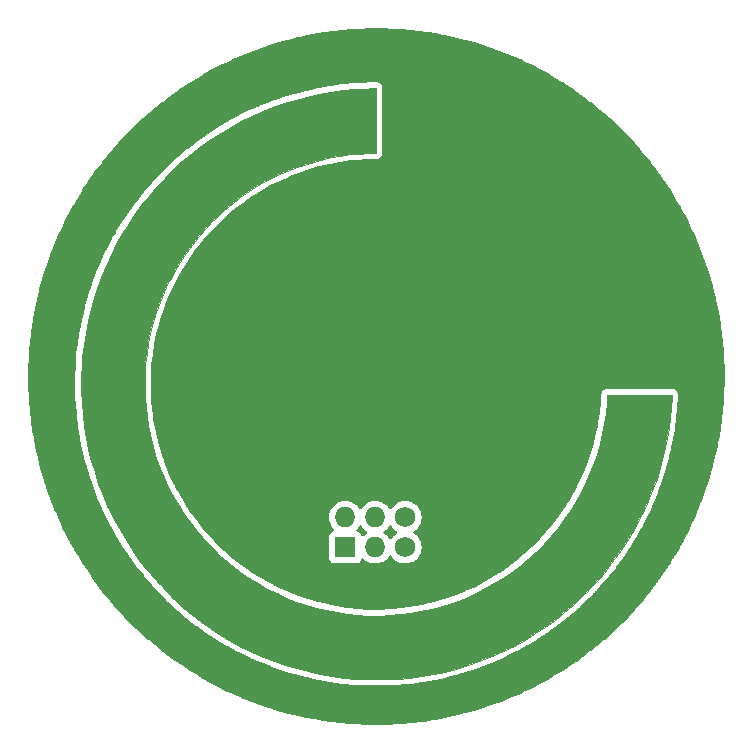
<source format=gbr>
%TF.GenerationSoftware,KiCad,Pcbnew,(6.0.7)*%
%TF.CreationDate,2022-09-05T18:42:41-05:00*%
%TF.ProjectId,Corelight SAO,436f7265-6c69-4676-9874-2053414f2e6b,rev?*%
%TF.SameCoordinates,Original*%
%TF.FileFunction,Copper,L1,Top*%
%TF.FilePolarity,Positive*%
%FSLAX46Y46*%
G04 Gerber Fmt 4.6, Leading zero omitted, Abs format (unit mm)*
G04 Created by KiCad (PCBNEW (6.0.7)) date 2022-09-05 18:42:41*
%MOMM*%
%LPD*%
G01*
G04 APERTURE LIST*
%TA.AperFunction,EtchedComponent*%
%ADD10C,0.010000*%
%TD*%
%TA.AperFunction,ComponentPad*%
%ADD11O,1.727200X1.727200*%
%TD*%
%TA.AperFunction,ComponentPad*%
%ADD12R,1.727200X1.727200*%
%TD*%
%TA.AperFunction,ComponentPad*%
%ADD13C,1.727200*%
%TD*%
G04 APERTURE END LIST*
%TO.C,G\u002A\u002A\u002A*%
G36*
X152561805Y-83589058D02*
G01*
X152186096Y-83601843D01*
X151672398Y-83623211D01*
X151192280Y-83651543D01*
X150737442Y-83687616D01*
X150299584Y-83732205D01*
X149870407Y-83786090D01*
X149441611Y-83850046D01*
X149316524Y-83870525D01*
X148422079Y-84041078D01*
X147539844Y-84252048D01*
X146670700Y-84503064D01*
X145815534Y-84793751D01*
X144975227Y-85123738D01*
X144150664Y-85492651D01*
X143342728Y-85900119D01*
X142552304Y-86345767D01*
X141780274Y-86829223D01*
X141027523Y-87350116D01*
X140973055Y-87389814D01*
X140532270Y-87721346D01*
X140111385Y-88057372D01*
X139701762Y-88405338D01*
X139294768Y-88772692D01*
X138881767Y-89166880D01*
X138675895Y-89370773D01*
X138056062Y-90018315D01*
X137474417Y-90681756D01*
X136928898Y-91363978D01*
X136417440Y-92067860D01*
X135937978Y-92796282D01*
X135488450Y-93552127D01*
X135066791Y-94338272D01*
X134951310Y-94568525D01*
X134566915Y-95393180D01*
X134223168Y-96229079D01*
X133919963Y-97076624D01*
X133657195Y-97936215D01*
X133434758Y-98808252D01*
X133252547Y-99693136D01*
X133110456Y-100591267D01*
X133008381Y-101503045D01*
X132962130Y-102125025D01*
X132955031Y-102276438D01*
X132949400Y-102462177D01*
X132945238Y-102674290D01*
X132942545Y-102904826D01*
X132941321Y-103145836D01*
X132941568Y-103389368D01*
X132943285Y-103627471D01*
X132946475Y-103852194D01*
X132951136Y-104055588D01*
X132957270Y-104229700D01*
X132961957Y-104321885D01*
X133024260Y-105130450D01*
X133113925Y-105912290D01*
X133232018Y-106673856D01*
X133379609Y-107421602D01*
X133557766Y-108161980D01*
X133659154Y-108533232D01*
X133925004Y-109392617D01*
X134230317Y-110237808D01*
X134574210Y-111067430D01*
X134955799Y-111880108D01*
X135374200Y-112674466D01*
X135828532Y-113449129D01*
X136317909Y-114202721D01*
X136841449Y-114933867D01*
X137398269Y-115641191D01*
X137987486Y-116323319D01*
X138608215Y-116978874D01*
X139259574Y-117606481D01*
X139786358Y-118074042D01*
X139895460Y-118166573D01*
X140010099Y-118261954D01*
X140135915Y-118364758D01*
X140278547Y-118479557D01*
X140443637Y-118610923D01*
X140634388Y-118761512D01*
X140679628Y-118796061D01*
X140751574Y-118849749D01*
X140842600Y-118916943D01*
X140945084Y-118992010D01*
X141025971Y-119050879D01*
X141772015Y-119566370D01*
X142537747Y-120044800D01*
X143321848Y-120485863D01*
X144122997Y-120889250D01*
X144939875Y-121254653D01*
X145771161Y-121581766D01*
X146615535Y-121870279D01*
X147471676Y-122119886D01*
X148338265Y-122330279D01*
X149213982Y-122501149D01*
X150097506Y-122632189D01*
X150987517Y-122723092D01*
X151882694Y-122773549D01*
X152781719Y-122783253D01*
X153683270Y-122751896D01*
X154586027Y-122679170D01*
X155488671Y-122564768D01*
X155851191Y-122506967D01*
X156729296Y-122337275D01*
X157599602Y-122126389D01*
X158460295Y-121875023D01*
X159309557Y-121583891D01*
X160145573Y-121253707D01*
X160966527Y-120885185D01*
X161770602Y-120479040D01*
X162555982Y-120035986D01*
X163272449Y-119588544D01*
X164011821Y-119079111D01*
X164727861Y-118535121D01*
X165418989Y-117958217D01*
X166083627Y-117350044D01*
X166720197Y-116712245D01*
X167327119Y-116046465D01*
X167902816Y-115354347D01*
X168445708Y-114637537D01*
X168954218Y-113897677D01*
X169360506Y-113248109D01*
X169808437Y-112458272D01*
X170218724Y-111650703D01*
X170590881Y-110826975D01*
X170924422Y-109988658D01*
X171218861Y-109137324D01*
X171473713Y-108274544D01*
X171688492Y-107401891D01*
X171862711Y-106520936D01*
X171995886Y-105633250D01*
X172087530Y-104740405D01*
X172115115Y-104336942D01*
X172130388Y-104072359D01*
X177584528Y-104061615D01*
X177570884Y-104320987D01*
X177511514Y-105206047D01*
X177427598Y-106062669D01*
X177318158Y-106897583D01*
X177182217Y-107717516D01*
X177018795Y-108529198D01*
X176861452Y-109201979D01*
X176592307Y-110198426D01*
X176284214Y-111178457D01*
X175937485Y-112141493D01*
X175552432Y-113086951D01*
X175129370Y-114014250D01*
X174668610Y-114922810D01*
X174170464Y-115812047D01*
X173635246Y-116681382D01*
X173063269Y-117530232D01*
X172454844Y-118358017D01*
X171810284Y-119164155D01*
X171129902Y-119948064D01*
X171015018Y-120074359D01*
X170884279Y-120214581D01*
X170729790Y-120376004D01*
X170557157Y-120553079D01*
X170371985Y-120740258D01*
X170179880Y-120931993D01*
X169986449Y-121122737D01*
X169797296Y-121306940D01*
X169618027Y-121479056D01*
X169454249Y-121633535D01*
X169311566Y-121764830D01*
X169262305Y-121809037D01*
X168476077Y-122480711D01*
X167666867Y-123118054D01*
X166835863Y-123720349D01*
X165984255Y-124286880D01*
X165113233Y-124816930D01*
X164223984Y-125309783D01*
X163317698Y-125764723D01*
X162395566Y-126181032D01*
X161458775Y-126557994D01*
X161252046Y-126635128D01*
X160288821Y-126968151D01*
X159320597Y-127260104D01*
X158345431Y-127511382D01*
X157361380Y-127722382D01*
X156366501Y-127893500D01*
X155358851Y-128025133D01*
X154336488Y-128117677D01*
X153831805Y-128148757D01*
X153729287Y-128152820D01*
X153590723Y-128156383D01*
X153422398Y-128159426D01*
X153230596Y-128161930D01*
X153021602Y-128163878D01*
X152801700Y-128165250D01*
X152577175Y-128166027D01*
X152354311Y-128166192D01*
X152139393Y-128165725D01*
X151938706Y-128164608D01*
X151758534Y-128162821D01*
X151605162Y-128160347D01*
X151484874Y-128157167D01*
X151450555Y-128155831D01*
X151384442Y-128152382D01*
X151284960Y-128146476D01*
X151160964Y-128138675D01*
X151021312Y-128129539D01*
X150874858Y-128119628D01*
X150836721Y-128116990D01*
X149811229Y-128024737D01*
X148794760Y-127891343D01*
X147788287Y-127717228D01*
X146792782Y-127502814D01*
X145809219Y-127248520D01*
X144838569Y-126954767D01*
X143881806Y-126621975D01*
X142939902Y-126250564D01*
X142013829Y-125840954D01*
X141104560Y-125393567D01*
X140213069Y-124908821D01*
X139340326Y-124387138D01*
X138487306Y-123828938D01*
X137654980Y-123234640D01*
X136844321Y-122604666D01*
X136056303Y-121939435D01*
X135609139Y-121536810D01*
X135467334Y-121403722D01*
X135304294Y-121246684D01*
X135125907Y-121071668D01*
X134938064Y-120884648D01*
X134746654Y-120691594D01*
X134557568Y-120498480D01*
X134376694Y-120311276D01*
X134209923Y-120135956D01*
X134063144Y-119978491D01*
X133958097Y-119862692D01*
X133290998Y-119085419D01*
X132662622Y-118293138D01*
X132071237Y-117483315D01*
X131515111Y-116653415D01*
X130992514Y-115800903D01*
X130501712Y-114923246D01*
X130241639Y-114422859D01*
X129799859Y-113503375D01*
X129397205Y-112568381D01*
X129033902Y-111619062D01*
X128710174Y-110656606D01*
X128426246Y-109682197D01*
X128182343Y-108697025D01*
X127978690Y-107702273D01*
X127815512Y-106699130D01*
X127693033Y-105688782D01*
X127611478Y-104672416D01*
X127571072Y-103651217D01*
X127572039Y-102626373D01*
X127614605Y-101599070D01*
X127671458Y-100855025D01*
X127785660Y-99833864D01*
X127941222Y-98821145D01*
X128137843Y-97817814D01*
X128375218Y-96824821D01*
X128653044Y-95843112D01*
X128971017Y-94873636D01*
X129328835Y-93917339D01*
X129726193Y-92975169D01*
X130162788Y-92048075D01*
X130638316Y-91137003D01*
X130972631Y-90546158D01*
X131505569Y-89674770D01*
X132072488Y-88827899D01*
X132672328Y-88006440D01*
X133304031Y-87211286D01*
X133966538Y-86443330D01*
X134658789Y-85703466D01*
X135379725Y-84992588D01*
X136128288Y-84311588D01*
X136903418Y-83661361D01*
X137704056Y-83042799D01*
X138529143Y-82456797D01*
X139377620Y-81904249D01*
X140248428Y-81386046D01*
X141140508Y-80903084D01*
X142052801Y-80456255D01*
X142984247Y-80046453D01*
X143799506Y-79724430D01*
X144767368Y-79384272D01*
X145745594Y-79085076D01*
X146734447Y-78826783D01*
X147734192Y-78609335D01*
X148745093Y-78432675D01*
X149767411Y-78296745D01*
X150720305Y-78207458D01*
X150863162Y-78197627D01*
X151033309Y-78187398D01*
X151222880Y-78177117D01*
X151424010Y-78167130D01*
X151628831Y-78157783D01*
X151829479Y-78149423D01*
X152018086Y-78142394D01*
X152186788Y-78137044D01*
X152327717Y-78133717D01*
X152418930Y-78132740D01*
X152561805Y-78132609D01*
X152561805Y-83589058D01*
G37*
D10*
X152561805Y-83589058D02*
X152186096Y-83601843D01*
X151672398Y-83623211D01*
X151192280Y-83651543D01*
X150737442Y-83687616D01*
X150299584Y-83732205D01*
X149870407Y-83786090D01*
X149441611Y-83850046D01*
X149316524Y-83870525D01*
X148422079Y-84041078D01*
X147539844Y-84252048D01*
X146670700Y-84503064D01*
X145815534Y-84793751D01*
X144975227Y-85123738D01*
X144150664Y-85492651D01*
X143342728Y-85900119D01*
X142552304Y-86345767D01*
X141780274Y-86829223D01*
X141027523Y-87350116D01*
X140973055Y-87389814D01*
X140532270Y-87721346D01*
X140111385Y-88057372D01*
X139701762Y-88405338D01*
X139294768Y-88772692D01*
X138881767Y-89166880D01*
X138675895Y-89370773D01*
X138056062Y-90018315D01*
X137474417Y-90681756D01*
X136928898Y-91363978D01*
X136417440Y-92067860D01*
X135937978Y-92796282D01*
X135488450Y-93552127D01*
X135066791Y-94338272D01*
X134951310Y-94568525D01*
X134566915Y-95393180D01*
X134223168Y-96229079D01*
X133919963Y-97076624D01*
X133657195Y-97936215D01*
X133434758Y-98808252D01*
X133252547Y-99693136D01*
X133110456Y-100591267D01*
X133008381Y-101503045D01*
X132962130Y-102125025D01*
X132955031Y-102276438D01*
X132949400Y-102462177D01*
X132945238Y-102674290D01*
X132942545Y-102904826D01*
X132941321Y-103145836D01*
X132941568Y-103389368D01*
X132943285Y-103627471D01*
X132946475Y-103852194D01*
X132951136Y-104055588D01*
X132957270Y-104229700D01*
X132961957Y-104321885D01*
X133024260Y-105130450D01*
X133113925Y-105912290D01*
X133232018Y-106673856D01*
X133379609Y-107421602D01*
X133557766Y-108161980D01*
X133659154Y-108533232D01*
X133925004Y-109392617D01*
X134230317Y-110237808D01*
X134574210Y-111067430D01*
X134955799Y-111880108D01*
X135374200Y-112674466D01*
X135828532Y-113449129D01*
X136317909Y-114202721D01*
X136841449Y-114933867D01*
X137398269Y-115641191D01*
X137987486Y-116323319D01*
X138608215Y-116978874D01*
X139259574Y-117606481D01*
X139786358Y-118074042D01*
X139895460Y-118166573D01*
X140010099Y-118261954D01*
X140135915Y-118364758D01*
X140278547Y-118479557D01*
X140443637Y-118610923D01*
X140634388Y-118761512D01*
X140679628Y-118796061D01*
X140751574Y-118849749D01*
X140842600Y-118916943D01*
X140945084Y-118992010D01*
X141025971Y-119050879D01*
X141772015Y-119566370D01*
X142537747Y-120044800D01*
X143321848Y-120485863D01*
X144122997Y-120889250D01*
X144939875Y-121254653D01*
X145771161Y-121581766D01*
X146615535Y-121870279D01*
X147471676Y-122119886D01*
X148338265Y-122330279D01*
X149213982Y-122501149D01*
X150097506Y-122632189D01*
X150987517Y-122723092D01*
X151882694Y-122773549D01*
X152781719Y-122783253D01*
X153683270Y-122751896D01*
X154586027Y-122679170D01*
X155488671Y-122564768D01*
X155851191Y-122506967D01*
X156729296Y-122337275D01*
X157599602Y-122126389D01*
X158460295Y-121875023D01*
X159309557Y-121583891D01*
X160145573Y-121253707D01*
X160966527Y-120885185D01*
X161770602Y-120479040D01*
X162555982Y-120035986D01*
X163272449Y-119588544D01*
X164011821Y-119079111D01*
X164727861Y-118535121D01*
X165418989Y-117958217D01*
X166083627Y-117350044D01*
X166720197Y-116712245D01*
X167327119Y-116046465D01*
X167902816Y-115354347D01*
X168445708Y-114637537D01*
X168954218Y-113897677D01*
X169360506Y-113248109D01*
X169808437Y-112458272D01*
X170218724Y-111650703D01*
X170590881Y-110826975D01*
X170924422Y-109988658D01*
X171218861Y-109137324D01*
X171473713Y-108274544D01*
X171688492Y-107401891D01*
X171862711Y-106520936D01*
X171995886Y-105633250D01*
X172087530Y-104740405D01*
X172115115Y-104336942D01*
X172130388Y-104072359D01*
X177584528Y-104061615D01*
X177570884Y-104320987D01*
X177511514Y-105206047D01*
X177427598Y-106062669D01*
X177318158Y-106897583D01*
X177182217Y-107717516D01*
X177018795Y-108529198D01*
X176861452Y-109201979D01*
X176592307Y-110198426D01*
X176284214Y-111178457D01*
X175937485Y-112141493D01*
X175552432Y-113086951D01*
X175129370Y-114014250D01*
X174668610Y-114922810D01*
X174170464Y-115812047D01*
X173635246Y-116681382D01*
X173063269Y-117530232D01*
X172454844Y-118358017D01*
X171810284Y-119164155D01*
X171129902Y-119948064D01*
X171015018Y-120074359D01*
X170884279Y-120214581D01*
X170729790Y-120376004D01*
X170557157Y-120553079D01*
X170371985Y-120740258D01*
X170179880Y-120931993D01*
X169986449Y-121122737D01*
X169797296Y-121306940D01*
X169618027Y-121479056D01*
X169454249Y-121633535D01*
X169311566Y-121764830D01*
X169262305Y-121809037D01*
X168476077Y-122480711D01*
X167666867Y-123118054D01*
X166835863Y-123720349D01*
X165984255Y-124286880D01*
X165113233Y-124816930D01*
X164223984Y-125309783D01*
X163317698Y-125764723D01*
X162395566Y-126181032D01*
X161458775Y-126557994D01*
X161252046Y-126635128D01*
X160288821Y-126968151D01*
X159320597Y-127260104D01*
X158345431Y-127511382D01*
X157361380Y-127722382D01*
X156366501Y-127893500D01*
X155358851Y-128025133D01*
X154336488Y-128117677D01*
X153831805Y-128148757D01*
X153729287Y-128152820D01*
X153590723Y-128156383D01*
X153422398Y-128159426D01*
X153230596Y-128161930D01*
X153021602Y-128163878D01*
X152801700Y-128165250D01*
X152577175Y-128166027D01*
X152354311Y-128166192D01*
X152139393Y-128165725D01*
X151938706Y-128164608D01*
X151758534Y-128162821D01*
X151605162Y-128160347D01*
X151484874Y-128157167D01*
X151450555Y-128155831D01*
X151384442Y-128152382D01*
X151284960Y-128146476D01*
X151160964Y-128138675D01*
X151021312Y-128129539D01*
X150874858Y-128119628D01*
X150836721Y-128116990D01*
X149811229Y-128024737D01*
X148794760Y-127891343D01*
X147788287Y-127717228D01*
X146792782Y-127502814D01*
X145809219Y-127248520D01*
X144838569Y-126954767D01*
X143881806Y-126621975D01*
X142939902Y-126250564D01*
X142013829Y-125840954D01*
X141104560Y-125393567D01*
X140213069Y-124908821D01*
X139340326Y-124387138D01*
X138487306Y-123828938D01*
X137654980Y-123234640D01*
X136844321Y-122604666D01*
X136056303Y-121939435D01*
X135609139Y-121536810D01*
X135467334Y-121403722D01*
X135304294Y-121246684D01*
X135125907Y-121071668D01*
X134938064Y-120884648D01*
X134746654Y-120691594D01*
X134557568Y-120498480D01*
X134376694Y-120311276D01*
X134209923Y-120135956D01*
X134063144Y-119978491D01*
X133958097Y-119862692D01*
X133290998Y-119085419D01*
X132662622Y-118293138D01*
X132071237Y-117483315D01*
X131515111Y-116653415D01*
X130992514Y-115800903D01*
X130501712Y-114923246D01*
X130241639Y-114422859D01*
X129799859Y-113503375D01*
X129397205Y-112568381D01*
X129033902Y-111619062D01*
X128710174Y-110656606D01*
X128426246Y-109682197D01*
X128182343Y-108697025D01*
X127978690Y-107702273D01*
X127815512Y-106699130D01*
X127693033Y-105688782D01*
X127611478Y-104672416D01*
X127571072Y-103651217D01*
X127572039Y-102626373D01*
X127614605Y-101599070D01*
X127671458Y-100855025D01*
X127785660Y-99833864D01*
X127941222Y-98821145D01*
X128137843Y-97817814D01*
X128375218Y-96824821D01*
X128653044Y-95843112D01*
X128971017Y-94873636D01*
X129328835Y-93917339D01*
X129726193Y-92975169D01*
X130162788Y-92048075D01*
X130638316Y-91137003D01*
X130972631Y-90546158D01*
X131505569Y-89674770D01*
X132072488Y-88827899D01*
X132672328Y-88006440D01*
X133304031Y-87211286D01*
X133966538Y-86443330D01*
X134658789Y-85703466D01*
X135379725Y-84992588D01*
X136128288Y-84311588D01*
X136903418Y-83661361D01*
X137704056Y-83042799D01*
X138529143Y-82456797D01*
X139377620Y-81904249D01*
X140248428Y-81386046D01*
X141140508Y-80903084D01*
X142052801Y-80456255D01*
X142984247Y-80046453D01*
X143799506Y-79724430D01*
X144767368Y-79384272D01*
X145745594Y-79085076D01*
X146734447Y-78826783D01*
X147734192Y-78609335D01*
X148745093Y-78432675D01*
X149767411Y-78296745D01*
X150720305Y-78207458D01*
X150863162Y-78197627D01*
X151033309Y-78187398D01*
X151222880Y-78177117D01*
X151424010Y-78167130D01*
X151628831Y-78157783D01*
X151829479Y-78149423D01*
X152018086Y-78142394D01*
X152186788Y-78137044D01*
X152327717Y-78133717D01*
X152418930Y-78132740D01*
X152561805Y-78132609D01*
X152561805Y-83589058D01*
%TD*%
D11*
%TO.P,X1,1,VCC*%
%TO.N,unconnected-(X1-Pad1)*%
X149945400Y-114447000D03*
D12*
%TO.P,X1,2,GND*%
%TO.N,unconnected-(X1-Pad2)*%
X149945400Y-116987000D03*
D11*
%TO.P,X1,3,SDA*%
%TO.N,unconnected-(X1-Pad3)*%
X152485400Y-114447000D03*
%TO.P,X1,4,SCL*%
%TO.N,unconnected-(X1-Pad4)*%
X152485400Y-116987000D03*
D13*
%TO.P,X1,5,GPIO1*%
%TO.N,unconnected-(X1-Pad5)*%
X155025400Y-114447000D03*
%TO.P,X1,6,GPIO2*%
%TO.N,unconnected-(X1-Pad6)*%
X155025400Y-116987000D03*
%TD*%
%TA.AperFunction,NonConductor*%
G36*
X151304432Y-115153816D02*
G01*
X151324525Y-115178799D01*
X151371675Y-115255743D01*
X151371679Y-115255748D01*
X151374375Y-115260147D01*
X151522102Y-115430687D01*
X151695699Y-115574810D01*
X151700151Y-115577412D01*
X151700156Y-115577415D01*
X151749469Y-115606231D01*
X151798192Y-115657870D01*
X151811263Y-115727653D01*
X151784531Y-115793425D01*
X151753995Y-115820783D01*
X151751735Y-115821960D01*
X151571305Y-115957430D01*
X151567733Y-115961168D01*
X151507811Y-116023872D01*
X151446287Y-116059301D01*
X151375375Y-116055844D01*
X151317588Y-116014598D01*
X151298736Y-115981050D01*
X151262767Y-115885103D01*
X151259615Y-115876695D01*
X151172261Y-115760139D01*
X151055705Y-115672785D01*
X151047296Y-115669633D01*
X151047295Y-115669632D01*
X150951238Y-115633622D01*
X150894473Y-115590981D01*
X150869773Y-115524419D01*
X150884980Y-115455070D01*
X150906527Y-115426389D01*
X150990227Y-115342980D01*
X150993887Y-115339333D01*
X151114770Y-115171107D01*
X151170764Y-115127459D01*
X151241468Y-115121013D01*
X151304432Y-115153816D01*
G37*
%TD.AperFunction*%
%TA.AperFunction,NonConductor*%
G36*
X153844432Y-115153816D02*
G01*
X153864525Y-115178799D01*
X153911675Y-115255743D01*
X153911679Y-115255748D01*
X153914375Y-115260147D01*
X154062102Y-115430687D01*
X154235699Y-115574810D01*
X154240151Y-115577412D01*
X154240156Y-115577415D01*
X154289469Y-115606231D01*
X154338192Y-115657870D01*
X154351263Y-115727653D01*
X154324531Y-115793425D01*
X154293995Y-115820783D01*
X154291735Y-115821960D01*
X154111305Y-115957430D01*
X154058121Y-116013084D01*
X154001603Y-116072227D01*
X153955424Y-116120550D01*
X153952509Y-116124824D01*
X153952506Y-116124827D01*
X153858903Y-116262043D01*
X153803992Y-116307046D01*
X153733467Y-116315217D01*
X153669720Y-116283963D01*
X153649023Y-116259479D01*
X153636300Y-116239811D01*
X153576226Y-116146951D01*
X153424377Y-115980071D01*
X153420326Y-115976872D01*
X153420322Y-115976868D01*
X153251366Y-115843434D01*
X153251362Y-115843432D01*
X153247311Y-115840232D01*
X153223935Y-115827328D01*
X153173964Y-115776896D01*
X153159192Y-115707453D01*
X153184308Y-115641047D01*
X153211659Y-115614441D01*
X153369855Y-115501601D01*
X153369859Y-115501597D01*
X153374067Y-115498596D01*
X153533887Y-115339333D01*
X153654770Y-115171107D01*
X153710764Y-115127459D01*
X153781468Y-115121013D01*
X153844432Y-115153816D01*
G37*
%TD.AperFunction*%
%TA.AperFunction,NonConductor*%
G36*
X152846848Y-73046789D02*
G01*
X153304289Y-73052439D01*
X153307429Y-73052517D01*
X153862243Y-73073210D01*
X154034444Y-73079632D01*
X154037528Y-73079786D01*
X154215952Y-73090850D01*
X154762082Y-73124716D01*
X154765180Y-73124946D01*
X155486933Y-73187596D01*
X155490023Y-73187903D01*
X156208593Y-73268158D01*
X156211689Y-73268542D01*
X156927084Y-73366434D01*
X156930122Y-73366888D01*
X157641706Y-73481994D01*
X157644783Y-73482531D01*
X157644810Y-73482536D01*
X158177378Y-73582287D01*
X158352357Y-73615061D01*
X158355366Y-73615662D01*
X159058799Y-73765236D01*
X159061814Y-73765916D01*
X159760694Y-73932535D01*
X159763599Y-73933266D01*
X160457503Y-74116702D01*
X160460468Y-74117524D01*
X161149167Y-74317694D01*
X161152122Y-74318592D01*
X161835499Y-74535518D01*
X161838413Y-74536483D01*
X162515830Y-74769826D01*
X162518716Y-74770859D01*
X163190105Y-75020561D01*
X163192978Y-75021670D01*
X163858035Y-75287731D01*
X163860816Y-75288883D01*
X164519255Y-75571015D01*
X164522039Y-75572248D01*
X164950787Y-75768516D01*
X165173382Y-75870413D01*
X165176168Y-75871730D01*
X165820265Y-76185850D01*
X165823001Y-76187226D01*
X166459468Y-76517010D01*
X166462130Y-76518430D01*
X167090831Y-76863913D01*
X167093465Y-76865403D01*
X167713890Y-77226322D01*
X167716491Y-77227878D01*
X168311064Y-77593602D01*
X168328365Y-77604244D01*
X168330956Y-77605881D01*
X168934127Y-77997424D01*
X168936713Y-77999148D01*
X169145323Y-78142002D01*
X169426383Y-78334469D01*
X169530813Y-78405982D01*
X169533319Y-78407744D01*
X170117959Y-78829412D01*
X170117960Y-78829413D01*
X170120445Y-78831252D01*
X170695418Y-79267915D01*
X170697843Y-79269804D01*
X171262758Y-79721168D01*
X171265122Y-79723105D01*
X171522050Y-79938957D01*
X171819849Y-80189146D01*
X171822221Y-80191189D01*
X172366272Y-80671811D01*
X172368570Y-80673893D01*
X172901758Y-81168807D01*
X172903989Y-81170929D01*
X173426111Y-81680224D01*
X173428242Y-81682356D01*
X173744291Y-82006364D01*
X173937477Y-82204415D01*
X173939629Y-82206677D01*
X174434538Y-82739859D01*
X174436620Y-82742157D01*
X174917283Y-83286255D01*
X174919326Y-83288627D01*
X175083082Y-83483545D01*
X175375042Y-83831063D01*
X175385313Y-83843289D01*
X175387261Y-83845667D01*
X175811398Y-84376505D01*
X175838632Y-84410590D01*
X175840529Y-84413025D01*
X176258953Y-84963982D01*
X176277184Y-84987988D01*
X176279023Y-84990472D01*
X176281594Y-84994037D01*
X176700695Y-85575118D01*
X176702471Y-85577644D01*
X177109240Y-86171792D01*
X177110943Y-86174347D01*
X177502567Y-86777395D01*
X177504218Y-86780006D01*
X177880571Y-87391960D01*
X177882121Y-87394551D01*
X178119771Y-87803073D01*
X178243032Y-88014960D01*
X178244534Y-88017615D01*
X178547839Y-88569562D01*
X178590000Y-88646286D01*
X178591434Y-88648974D01*
X178666960Y-88794735D01*
X178921200Y-89285406D01*
X178922583Y-89288156D01*
X179236616Y-89932276D01*
X179237916Y-89935026D01*
X179435833Y-90367376D01*
X179536094Y-90586395D01*
X179537337Y-90589200D01*
X179819532Y-91247559D01*
X179820714Y-91250413D01*
X180086684Y-91915485D01*
X180087783Y-91918334D01*
X180337590Y-92589742D01*
X180338629Y-92592643D01*
X180571965Y-93270037D01*
X180572925Y-93272938D01*
X180789759Y-93956236D01*
X180790642Y-93959140D01*
X180990923Y-94647987D01*
X180991748Y-94650963D01*
X181028641Y-94790521D01*
X181175169Y-95344808D01*
X181175174Y-95344828D01*
X181175915Y-95347772D01*
X181289549Y-95824404D01*
X181342532Y-96046640D01*
X181343209Y-96049644D01*
X181488130Y-96731091D01*
X181492778Y-96752949D01*
X181493384Y-96755982D01*
X181625821Y-97463690D01*
X181626351Y-97466730D01*
X181741555Y-98178313D01*
X181742011Y-98181362D01*
X181839805Y-98896756D01*
X181840175Y-98899732D01*
X181843162Y-98926441D01*
X181920549Y-99618496D01*
X181920857Y-99621602D01*
X181983502Y-100343292D01*
X181983732Y-100346390D01*
X182025632Y-101022064D01*
X182028662Y-101070934D01*
X182028816Y-101074036D01*
X182055930Y-101801043D01*
X182056008Y-101804183D01*
X182065010Y-102533040D01*
X182065018Y-102535324D01*
X182065012Y-102536362D01*
X182065005Y-102537038D01*
X182063205Y-102682803D01*
X182056007Y-103265594D01*
X182055929Y-103268734D01*
X182039232Y-103716423D01*
X182030805Y-103942368D01*
X182028814Y-103995737D01*
X182028660Y-103998830D01*
X182020251Y-104134444D01*
X181983730Y-104723389D01*
X181983500Y-104726487D01*
X181920855Y-105448169D01*
X181920547Y-105451275D01*
X181840183Y-106169957D01*
X181839802Y-106173021D01*
X181742010Y-106888391D01*
X181741551Y-106891462D01*
X181626352Y-107603019D01*
X181625823Y-107606053D01*
X181525818Y-108140376D01*
X181493389Y-108313640D01*
X181492789Y-108316645D01*
X181383261Y-108831748D01*
X181343210Y-109020103D01*
X181342530Y-109023118D01*
X181246870Y-109424364D01*
X181175920Y-109721961D01*
X181175180Y-109724903D01*
X180991744Y-110418806D01*
X180990939Y-110421706D01*
X180930700Y-110628862D01*
X180790654Y-111110467D01*
X180789766Y-111113391D01*
X180572936Y-111796774D01*
X180571967Y-111799703D01*
X180338621Y-112477132D01*
X180337590Y-112480011D01*
X180115728Y-113076308D01*
X180087767Y-113151459D01*
X180086668Y-113154307D01*
X179820712Y-113819341D01*
X179819530Y-113822195D01*
X179537341Y-114480541D01*
X179536099Y-114483343D01*
X179240088Y-115129982D01*
X179237925Y-115134706D01*
X179236625Y-115137457D01*
X179105443Y-115406527D01*
X178922586Y-115781587D01*
X178921203Y-115784337D01*
X178798608Y-116020940D01*
X178605009Y-116394578D01*
X178591450Y-116420746D01*
X178590016Y-116423434D01*
X178277975Y-116991279D01*
X178244545Y-117052114D01*
X178243043Y-117054769D01*
X177921348Y-117607769D01*
X177882141Y-117675166D01*
X177880568Y-117677795D01*
X177542437Y-118227509D01*
X177504239Y-118289609D01*
X177502603Y-118292199D01*
X177408315Y-118437414D01*
X177110915Y-118895445D01*
X177109206Y-118898008D01*
X176702470Y-119492107D01*
X176700694Y-119494633D01*
X176279055Y-120079233D01*
X176277199Y-120081741D01*
X175991765Y-120457521D01*
X175855608Y-120636776D01*
X175840527Y-120656630D01*
X175838642Y-120659048D01*
X175391348Y-121218966D01*
X175387267Y-121224074D01*
X175385311Y-121226461D01*
X175186826Y-121462718D01*
X174919300Y-121781153D01*
X174917257Y-121783525D01*
X174436635Y-122327576D01*
X174434553Y-122329874D01*
X173939639Y-122863062D01*
X173937517Y-122865293D01*
X173428222Y-123387415D01*
X173426090Y-123389546D01*
X173136842Y-123671689D01*
X172904012Y-123898799D01*
X172901750Y-123900951D01*
X172400681Y-124366053D01*
X172368547Y-124395880D01*
X172366259Y-124397952D01*
X171885631Y-124822544D01*
X171822214Y-124878567D01*
X171819862Y-124880594D01*
X171265131Y-125346637D01*
X171262774Y-125348569D01*
X170741273Y-125765246D01*
X170697860Y-125799933D01*
X170695425Y-125801830D01*
X170132224Y-126229552D01*
X170120456Y-126238489D01*
X170117972Y-126240328D01*
X170005743Y-126321273D01*
X169533325Y-126662002D01*
X169530799Y-126663777D01*
X169426635Y-126735091D01*
X168936715Y-127070504D01*
X168934224Y-127072165D01*
X168341809Y-127456822D01*
X168330947Y-127463875D01*
X168328358Y-127465510D01*
X167716486Y-127841875D01*
X167713885Y-127843431D01*
X167093465Y-128204348D01*
X167090831Y-128205838D01*
X166462135Y-128551318D01*
X166459472Y-128552738D01*
X166214510Y-128679665D01*
X165823040Y-128882504D01*
X165820290Y-128883887D01*
X165621395Y-128980856D01*
X165176149Y-129197930D01*
X165173420Y-129199220D01*
X164787854Y-129375721D01*
X164522051Y-129497398D01*
X164519246Y-129498641D01*
X163860887Y-129780836D01*
X163858033Y-129782018D01*
X163359351Y-129981447D01*
X163270269Y-130017072D01*
X163192974Y-130047983D01*
X163190132Y-130049080D01*
X162518705Y-130298895D01*
X162515826Y-130299926D01*
X161838413Y-130533266D01*
X161835484Y-130534235D01*
X161152111Y-130751063D01*
X161149187Y-130751952D01*
X160460421Y-130952237D01*
X160457441Y-130953063D01*
X160102743Y-131046829D01*
X159763579Y-131136488D01*
X159760674Y-131137219D01*
X159479905Y-131204157D01*
X159061826Y-131303831D01*
X159058811Y-131304511D01*
X158739384Y-131372433D01*
X158355367Y-131454088D01*
X158352384Y-131454684D01*
X157644760Y-131587125D01*
X157641783Y-131587645D01*
X157328472Y-131638369D01*
X156930093Y-131702865D01*
X156927022Y-131703323D01*
X156649093Y-131741316D01*
X156211690Y-131801109D01*
X156208714Y-131801479D01*
X155844415Y-131842216D01*
X155489951Y-131881853D01*
X155486845Y-131882161D01*
X154765189Y-131944804D01*
X154762091Y-131945034D01*
X154215757Y-131978913D01*
X154037503Y-131989966D01*
X154034419Y-131990120D01*
X153860435Y-131996608D01*
X153307402Y-132017234D01*
X153304262Y-132017312D01*
X152575256Y-132026315D01*
X152572106Y-132026315D01*
X151951319Y-132018459D01*
X151813711Y-132016718D01*
X151810537Y-132016637D01*
X151433823Y-132002341D01*
X151057114Y-131988046D01*
X151053913Y-131987884D01*
X150305535Y-131940400D01*
X150302370Y-131940159D01*
X149559231Y-131874176D01*
X149556072Y-131873856D01*
X148818368Y-131789573D01*
X148815200Y-131789170D01*
X148083291Y-131686694D01*
X148080167Y-131686217D01*
X147353969Y-131565902D01*
X147350860Y-131565346D01*
X146630928Y-131427447D01*
X146627830Y-131426813D01*
X145914362Y-131271493D01*
X145911336Y-131270795D01*
X145204266Y-131098237D01*
X145201294Y-131097472D01*
X145079100Y-131064404D01*
X144501081Y-130907982D01*
X144498137Y-130907145D01*
X143917026Y-130734256D01*
X143805005Y-130700928D01*
X143802031Y-130700003D01*
X143116127Y-130477338D01*
X143113177Y-130476340D01*
X142701611Y-130331393D01*
X142434854Y-130237445D01*
X142431980Y-130236393D01*
X141761289Y-129981447D01*
X141758396Y-129980306D01*
X141095669Y-129709480D01*
X141092843Y-129708284D01*
X140613566Y-129498641D01*
X140438379Y-129422011D01*
X140435577Y-129420745D01*
X139789497Y-129119090D01*
X139786730Y-129117757D01*
X139149116Y-128800907D01*
X139146395Y-128799513D01*
X138517926Y-128467957D01*
X138515224Y-128466490D01*
X137895655Y-128120045D01*
X137893034Y-128118537D01*
X137282830Y-127757837D01*
X137280235Y-127756260D01*
X137276445Y-127753894D01*
X136794202Y-127452885D01*
X136679619Y-127381364D01*
X136677061Y-127379724D01*
X136086247Y-126990840D01*
X136083724Y-126989136D01*
X135502911Y-126586395D01*
X135500477Y-126584664D01*
X134929846Y-126168609D01*
X134927406Y-126166784D01*
X134532711Y-125864123D01*
X134367405Y-125737362D01*
X134365048Y-125735510D01*
X134290721Y-125675646D01*
X133815621Y-125292992D01*
X133813323Y-125291096D01*
X133804816Y-125283903D01*
X133274897Y-124835882D01*
X133272624Y-124833913D01*
X133261396Y-124823948D01*
X132745424Y-124366042D01*
X132743218Y-124364037D01*
X132645570Y-124273134D01*
X132523612Y-124159601D01*
X132227350Y-123883805D01*
X132225182Y-123881738D01*
X131721017Y-123389516D01*
X131718890Y-123387389D01*
X131226599Y-122883254D01*
X131224523Y-122881077D01*
X130744341Y-122365262D01*
X130742316Y-122363034D01*
X130274535Y-121835826D01*
X130272573Y-121833561D01*
X130004414Y-121516452D01*
X129817281Y-121295159D01*
X129815364Y-121292836D01*
X129807346Y-121282879D01*
X129372947Y-120743414D01*
X129371118Y-120741087D01*
X128941617Y-120180983D01*
X128939823Y-120178583D01*
X128523692Y-119607980D01*
X128521944Y-119605523D01*
X128304462Y-119291806D01*
X128119279Y-119024677D01*
X128117600Y-119022192D01*
X128109284Y-119009557D01*
X127728707Y-118431363D01*
X127727067Y-118428805D01*
X127652370Y-118309134D01*
X127352142Y-117828141D01*
X127350622Y-117825639D01*
X126989777Y-117215356D01*
X126988270Y-117212735D01*
X126930445Y-117109293D01*
X126641992Y-116593290D01*
X126640543Y-116590622D01*
X126613080Y-116538556D01*
X126388309Y-116112434D01*
X126308904Y-115961897D01*
X126307517Y-115959189D01*
X125990671Y-115321679D01*
X125989335Y-115318906D01*
X125856770Y-115034978D01*
X125687689Y-114672842D01*
X125686428Y-114670053D01*
X125677987Y-114650758D01*
X125588843Y-114447000D01*
X125400067Y-114015511D01*
X125398860Y-114012657D01*
X125128143Y-113349959D01*
X125127010Y-113347086D01*
X124872060Y-112676486D01*
X124870991Y-112673566D01*
X124783375Y-112424789D01*
X124632070Y-111995171D01*
X124631095Y-111992287D01*
X124575809Y-111822054D01*
X124453534Y-111445560D01*
X124408354Y-111306446D01*
X124407419Y-111303441D01*
X124201311Y-110610347D01*
X124200459Y-110607346D01*
X124010983Y-109907186D01*
X124010201Y-109904145D01*
X123880677Y-109373413D01*
X123837648Y-109197101D01*
X123836944Y-109194050D01*
X123681635Y-108480525D01*
X123681002Y-108477434D01*
X123543076Y-107757454D01*
X123542521Y-107754342D01*
X123440928Y-107141150D01*
X123422239Y-107028348D01*
X123421762Y-107025232D01*
X123319274Y-106293236D01*
X123318873Y-106290082D01*
X123305499Y-106173021D01*
X123234586Y-105552339D01*
X123234268Y-105549204D01*
X123210395Y-105280325D01*
X123204278Y-105211439D01*
X123168286Y-104806072D01*
X123168045Y-104802907D01*
X123120561Y-104054524D01*
X123120399Y-104051323D01*
X123104634Y-103635863D01*
X123104470Y-103631551D01*
X127056392Y-103631551D01*
X127056585Y-103636422D01*
X127057461Y-103658557D01*
X127057560Y-103663641D01*
X127057537Y-103687601D01*
X127058168Y-103692040D01*
X127058230Y-103692916D01*
X127059276Y-103704453D01*
X127086567Y-104394168D01*
X127096924Y-104655918D01*
X127096774Y-104664516D01*
X127096786Y-104668764D01*
X127096424Y-104673617D01*
X127098447Y-104698825D01*
X127098586Y-104700563D01*
X127098891Y-104705650D01*
X127099837Y-104729558D01*
X127100646Y-104733961D01*
X127100735Y-104734760D01*
X127102259Y-104746339D01*
X127178233Y-105693155D01*
X127178434Y-105701833D01*
X127178616Y-105706008D01*
X127178451Y-105710870D01*
X127179037Y-105715702D01*
X127181705Y-105737713D01*
X127182217Y-105742799D01*
X127184127Y-105766605D01*
X127185116Y-105770982D01*
X127185237Y-105771774D01*
X127187228Y-105783276D01*
X127301316Y-106724400D01*
X127301872Y-106733116D01*
X127302219Y-106737232D01*
X127302252Y-106742096D01*
X127303033Y-106746894D01*
X127306590Y-106768759D01*
X127307302Y-106773775D01*
X127310181Y-106797528D01*
X127311347Y-106801859D01*
X127311495Y-106802623D01*
X127313962Y-106814081D01*
X127465947Y-107748420D01*
X127466866Y-107757183D01*
X127467371Y-107761214D01*
X127467602Y-107766078D01*
X127468578Y-107770843D01*
X127468578Y-107770847D01*
X127473015Y-107792521D01*
X127473940Y-107797559D01*
X127477771Y-107821109D01*
X127479112Y-107825391D01*
X127479284Y-107826118D01*
X127482223Y-107837495D01*
X127654163Y-108677342D01*
X127671906Y-108764011D01*
X127673190Y-108772803D01*
X127673850Y-108776753D01*
X127674279Y-108781602D01*
X127675450Y-108786330D01*
X127680756Y-108807762D01*
X127681889Y-108812773D01*
X127686672Y-108836136D01*
X127688183Y-108840352D01*
X127688356Y-108840969D01*
X127691795Y-108852350D01*
X127833411Y-109424364D01*
X127918968Y-109769946D01*
X127920630Y-109778786D01*
X127921432Y-109782619D01*
X127922059Y-109787447D01*
X127929602Y-109813335D01*
X127930924Y-109818242D01*
X127936655Y-109841389D01*
X127938338Y-109845543D01*
X127938517Y-109846095D01*
X127942437Y-109857384D01*
X128206909Y-110765020D01*
X128208965Y-110773931D01*
X128209894Y-110777610D01*
X128210716Y-110782401D01*
X128219316Y-110807968D01*
X128220835Y-110812811D01*
X128227491Y-110835655D01*
X128229343Y-110839739D01*
X128229520Y-110840217D01*
X128233930Y-110851419D01*
X128535506Y-111748013D01*
X128537949Y-111756916D01*
X128539004Y-111760475D01*
X128540025Y-111765240D01*
X128541767Y-111769792D01*
X128549633Y-111790347D01*
X128551379Y-111795206D01*
X128551907Y-111796774D01*
X128558950Y-111817713D01*
X128560962Y-111821707D01*
X128561107Y-111822054D01*
X128566039Y-111833218D01*
X128904534Y-112717709D01*
X128907379Y-112726626D01*
X128908545Y-112730037D01*
X128909759Y-112734749D01*
X128920380Y-112759410D01*
X128922321Y-112764187D01*
X128930802Y-112786349D01*
X128932980Y-112790262D01*
X128933132Y-112790589D01*
X128938537Y-112801572D01*
X129090441Y-113154307D01*
X129313759Y-113672871D01*
X129317023Y-113681809D01*
X129318279Y-113685042D01*
X129319688Y-113689704D01*
X129321795Y-113694089D01*
X129331293Y-113713857D01*
X129333448Y-113718590D01*
X129334935Y-113722043D01*
X129342816Y-113740343D01*
X129345159Y-113744173D01*
X129345273Y-113744394D01*
X129351184Y-113755257D01*
X129425945Y-113910858D01*
X129681932Y-114443646D01*
X129761589Y-114609438D01*
X129763917Y-114615167D01*
X129764101Y-114615089D01*
X129766006Y-114619569D01*
X129767559Y-114624180D01*
X129775061Y-114638614D01*
X129781373Y-114650758D01*
X129783142Y-114654298D01*
X129794758Y-114678474D01*
X129797251Y-114682196D01*
X129799476Y-114686091D01*
X129799378Y-114686147D01*
X129802530Y-114691466D01*
X129938895Y-114953835D01*
X130027637Y-115124578D01*
X130030076Y-115130073D01*
X130030272Y-115129982D01*
X130032315Y-115134406D01*
X130034008Y-115138966D01*
X130043593Y-115156105D01*
X130048751Y-115165329D01*
X130050579Y-115168719D01*
X130059767Y-115186396D01*
X130063081Y-115192773D01*
X130065696Y-115196424D01*
X130068035Y-115200235D01*
X130067924Y-115200303D01*
X130071154Y-115205392D01*
X130526285Y-116019262D01*
X130529765Y-116026416D01*
X130531940Y-116030669D01*
X130533819Y-116035170D01*
X130536368Y-116039328D01*
X130536369Y-116039330D01*
X130548028Y-116058350D01*
X130550575Y-116062697D01*
X130562328Y-116083714D01*
X130565049Y-116087278D01*
X130565744Y-116088336D01*
X130572028Y-116097501D01*
X131058065Y-116890372D01*
X131062086Y-116897858D01*
X131064210Y-116901627D01*
X131066266Y-116906042D01*
X131068974Y-116910083D01*
X131068979Y-116910092D01*
X131081330Y-116928523D01*
X131084082Y-116932815D01*
X131094244Y-116949393D01*
X131094250Y-116949401D01*
X131096589Y-116953217D01*
X131099447Y-116956664D01*
X131099976Y-116957404D01*
X131106884Y-116966656D01*
X131510895Y-117569556D01*
X131624137Y-117738546D01*
X131628395Y-117745759D01*
X131630722Y-117749524D01*
X131632953Y-117753849D01*
X131646951Y-117773017D01*
X131648918Y-117775711D01*
X131651810Y-117779842D01*
X131665183Y-117799799D01*
X131668187Y-117803137D01*
X131668788Y-117803910D01*
X131676009Y-117812809D01*
X132226071Y-118566046D01*
X132230318Y-118572623D01*
X132230321Y-118572621D01*
X132233039Y-118576652D01*
X132235444Y-118580890D01*
X132238473Y-118584709D01*
X132238475Y-118584712D01*
X132252401Y-118602271D01*
X132255436Y-118606258D01*
X132267026Y-118622129D01*
X132267032Y-118622136D01*
X132269671Y-118625750D01*
X132272798Y-118628955D01*
X132273768Y-118630103D01*
X132280913Y-118638220D01*
X132865446Y-119375221D01*
X132869822Y-119381447D01*
X132869844Y-119381431D01*
X132872718Y-119385356D01*
X132875284Y-119389497D01*
X132878455Y-119393192D01*
X132878456Y-119393193D01*
X132893243Y-119410422D01*
X132896348Y-119414186D01*
X132908797Y-119429882D01*
X132908806Y-119429892D01*
X132911586Y-119433397D01*
X132914833Y-119436471D01*
X132916472Y-119438260D01*
X132923170Y-119445292D01*
X132964424Y-119493359D01*
X133542635Y-120167065D01*
X133546579Y-120171899D01*
X133548217Y-120174011D01*
X133550896Y-120178080D01*
X133554166Y-120181684D01*
X133554167Y-120181686D01*
X133571856Y-120201185D01*
X133574148Y-120203783D01*
X133589524Y-120221699D01*
X133589534Y-120221709D01*
X133592445Y-120225101D01*
X133595813Y-120228051D01*
X133598817Y-120231085D01*
X133602567Y-120235040D01*
X133656698Y-120294711D01*
X133658663Y-120297021D01*
X133660250Y-120299362D01*
X133674695Y-120314859D01*
X133684556Y-120325438D01*
X133685709Y-120326692D01*
X133704583Y-120347498D01*
X133704588Y-120347502D01*
X133707589Y-120350811D01*
X133709758Y-120352608D01*
X133711963Y-120354841D01*
X133807690Y-120457537D01*
X133809085Y-120459138D01*
X133810298Y-120460889D01*
X133813652Y-120464415D01*
X133835526Y-120487411D01*
X133836398Y-120488337D01*
X133856379Y-120509772D01*
X133856385Y-120509778D01*
X133859441Y-120513056D01*
X133861102Y-120514395D01*
X133862651Y-120515926D01*
X133977622Y-120636791D01*
X133978662Y-120637963D01*
X133979612Y-120639312D01*
X133982624Y-120642429D01*
X134005666Y-120666278D01*
X134006344Y-120666986D01*
X134030047Y-120691904D01*
X134031341Y-120692926D01*
X134032496Y-120694047D01*
X134152204Y-120817945D01*
X134160964Y-120827012D01*
X134161853Y-120828000D01*
X134162678Y-120829153D01*
X134165327Y-120831858D01*
X134189191Y-120856231D01*
X134189775Y-120856831D01*
X134211300Y-120879110D01*
X134211311Y-120879121D01*
X134213897Y-120881797D01*
X134215005Y-120882657D01*
X134215981Y-120883592D01*
X134352228Y-121022741D01*
X134353064Y-121023658D01*
X134353843Y-121024733D01*
X134356356Y-121027267D01*
X134356360Y-121027272D01*
X134380545Y-121051664D01*
X134381031Y-121052157D01*
X134405542Y-121077190D01*
X134406597Y-121077998D01*
X134407506Y-121078857D01*
X134545732Y-121218271D01*
X134546608Y-121219220D01*
X134547417Y-121220322D01*
X134550012Y-121222905D01*
X134550028Y-121222923D01*
X134574278Y-121247066D01*
X134574855Y-121247644D01*
X134596793Y-121269771D01*
X134596809Y-121269786D01*
X134599374Y-121272373D01*
X134600469Y-121273201D01*
X134601418Y-121274086D01*
X134735791Y-121407872D01*
X134736804Y-121408953D01*
X134737735Y-121410202D01*
X134740678Y-121413089D01*
X134740688Y-121413100D01*
X134764611Y-121436571D01*
X134765270Y-121437221D01*
X134789733Y-121461577D01*
X134790974Y-121462503D01*
X134792085Y-121463525D01*
X134916758Y-121585842D01*
X134918082Y-121587233D01*
X134919257Y-121588779D01*
X134922762Y-121592155D01*
X134922763Y-121592156D01*
X134945889Y-121614430D01*
X134946724Y-121615241D01*
X134970992Y-121639051D01*
X134972556Y-121640200D01*
X134974003Y-121641509D01*
X134987553Y-121654560D01*
X135083084Y-121746575D01*
X135085097Y-121748642D01*
X135086760Y-121750774D01*
X135090306Y-121754102D01*
X135112870Y-121775279D01*
X135114035Y-121776387D01*
X135137660Y-121799142D01*
X135139849Y-121800720D01*
X135142075Y-121802690D01*
X135229321Y-121884573D01*
X135233151Y-121888377D01*
X135235817Y-121891652D01*
X135260685Y-121914043D01*
X135262557Y-121915764D01*
X135284614Y-121936466D01*
X135288064Y-121938885D01*
X135292306Y-121942514D01*
X135546363Y-122171266D01*
X135683307Y-122294570D01*
X135687710Y-122299053D01*
X135687841Y-122298921D01*
X135691304Y-122302336D01*
X135694498Y-122306013D01*
X135698214Y-122309150D01*
X135698221Y-122309157D01*
X135717290Y-122325255D01*
X135720316Y-122327894D01*
X135727887Y-122334710D01*
X135740105Y-122345711D01*
X135743830Y-122348209D01*
X135747364Y-122350963D01*
X135747302Y-122351042D01*
X135752322Y-122354827D01*
X136484930Y-122973282D01*
X136491141Y-122979162D01*
X136494305Y-122982038D01*
X136497647Y-122985585D01*
X136501494Y-122988575D01*
X136501499Y-122988579D01*
X136519012Y-123002189D01*
X136522975Y-123005399D01*
X136537823Y-123017934D01*
X136537835Y-123017943D01*
X136541254Y-123020829D01*
X136545053Y-123023205D01*
X136545764Y-123023723D01*
X136555265Y-123030361D01*
X137310821Y-123617515D01*
X137317364Y-123623224D01*
X137320558Y-123625899D01*
X137324035Y-123629301D01*
X137336297Y-123638056D01*
X137346024Y-123645002D01*
X137350121Y-123648054D01*
X137369001Y-123662726D01*
X137372888Y-123664943D01*
X137373571Y-123665400D01*
X137383400Y-123671689D01*
X137994022Y-124107685D01*
X138158961Y-124225455D01*
X138165773Y-124230931D01*
X138169056Y-124233461D01*
X138172663Y-124236715D01*
X138195287Y-124251519D01*
X138199457Y-124254371D01*
X138218919Y-124268267D01*
X138222896Y-124270327D01*
X138223542Y-124270722D01*
X138233675Y-124276641D01*
X138419074Y-124397962D01*
X139028373Y-124796675D01*
X139035470Y-124801918D01*
X139038783Y-124804263D01*
X139042529Y-124807375D01*
X139046710Y-124809874D01*
X139065710Y-124821232D01*
X139070021Y-124823928D01*
X139090003Y-124837004D01*
X139094062Y-124838901D01*
X139094701Y-124839257D01*
X139105104Y-124844779D01*
X139918058Y-125330724D01*
X139925416Y-125335711D01*
X139928773Y-125337887D01*
X139932632Y-125340836D01*
X139936899Y-125343156D01*
X139956321Y-125353717D01*
X139960769Y-125356254D01*
X139981251Y-125368497D01*
X139985384Y-125370228D01*
X139985981Y-125370529D01*
X139996665Y-125375654D01*
X140826981Y-125827136D01*
X140834583Y-125831848D01*
X140837990Y-125833864D01*
X140841969Y-125836656D01*
X140846335Y-125838804D01*
X140846338Y-125838806D01*
X140866169Y-125848564D01*
X140870721Y-125850920D01*
X140891654Y-125862302D01*
X140895858Y-125863864D01*
X140896427Y-125864123D01*
X140907359Y-125868830D01*
X141754169Y-126285486D01*
X141761988Y-126289901D01*
X141765437Y-126291757D01*
X141769534Y-126294388D01*
X141773986Y-126296357D01*
X141794175Y-126305287D01*
X141798837Y-126307464D01*
X141816178Y-126315997D01*
X141816194Y-126316004D01*
X141820209Y-126317979D01*
X141824475Y-126319369D01*
X141825028Y-126319594D01*
X141836155Y-126323855D01*
X142698612Y-126705326D01*
X142706635Y-126709435D01*
X142710126Y-126711133D01*
X142714324Y-126713594D01*
X142718851Y-126715379D01*
X142718853Y-126715380D01*
X142739405Y-126723484D01*
X142744147Y-126725467D01*
X142765906Y-126735091D01*
X142770228Y-126736307D01*
X142770762Y-126736499D01*
X142782078Y-126740311D01*
X143643813Y-127080110D01*
X143659283Y-127086210D01*
X143667455Y-127089981D01*
X143671023Y-127091540D01*
X143675330Y-127093833D01*
X143700775Y-127102683D01*
X143705583Y-127104467D01*
X143727738Y-127113203D01*
X143732096Y-127114239D01*
X143732637Y-127114409D01*
X143744135Y-127117766D01*
X144635187Y-127427701D01*
X144643543Y-127431151D01*
X144647167Y-127432562D01*
X144651544Y-127434667D01*
X144656190Y-127436073D01*
X144656200Y-127436077D01*
X144677326Y-127442470D01*
X144682192Y-127444052D01*
X144704694Y-127451878D01*
X144709098Y-127452736D01*
X144709649Y-127452885D01*
X144721259Y-127455765D01*
X145263422Y-127619842D01*
X145625331Y-127729369D01*
X145633797Y-127732465D01*
X145637484Y-127733729D01*
X145641958Y-127735660D01*
X145646675Y-127736879D01*
X145646679Y-127736881D01*
X145668027Y-127742401D01*
X145672980Y-127743790D01*
X145691473Y-127749386D01*
X145691475Y-127749387D01*
X145695766Y-127750685D01*
X145700191Y-127751361D01*
X145700746Y-127751487D01*
X145712482Y-127753894D01*
X146628693Y-127990775D01*
X146637305Y-127993531D01*
X146641011Y-127994635D01*
X146645560Y-127996381D01*
X146650318Y-127997406D01*
X146650322Y-127997407D01*
X146671899Y-128002054D01*
X146676908Y-128003240D01*
X146695607Y-128008075D01*
X146695614Y-128008076D01*
X146699941Y-128009195D01*
X146704391Y-128009690D01*
X146704946Y-128009792D01*
X146716768Y-128011718D01*
X147614726Y-128205121D01*
X147644264Y-128211483D01*
X147652914Y-128213867D01*
X147656720Y-128214833D01*
X147661341Y-128216394D01*
X147666142Y-128217225D01*
X147666148Y-128217226D01*
X147687887Y-128220986D01*
X147692926Y-128221964D01*
X147716210Y-128226979D01*
X147720687Y-128227292D01*
X147721255Y-128227373D01*
X147733116Y-128228811D01*
X148194153Y-128308568D01*
X148671032Y-128391066D01*
X148679778Y-128393096D01*
X148683614Y-128393905D01*
X148688286Y-128395273D01*
X148693106Y-128395905D01*
X148693108Y-128395906D01*
X148715016Y-128398781D01*
X148720099Y-128399554D01*
X148724262Y-128400274D01*
X148743557Y-128403612D01*
X148748032Y-128403742D01*
X148748637Y-128403803D01*
X148760522Y-128404753D01*
X149166142Y-128457983D01*
X149707977Y-128529090D01*
X149716745Y-128530752D01*
X149720663Y-128531412D01*
X149725382Y-128532588D01*
X149736875Y-128533622D01*
X149752235Y-128535004D01*
X149757337Y-128535568D01*
X149762386Y-128536231D01*
X149780969Y-128538669D01*
X149785447Y-128538616D01*
X149786098Y-128538655D01*
X149797957Y-128539117D01*
X150751909Y-128624934D01*
X150757250Y-128625567D01*
X150761382Y-128626506D01*
X150794759Y-128628815D01*
X150797297Y-128629017D01*
X150811555Y-128630300D01*
X150822972Y-128631327D01*
X150822976Y-128631327D01*
X150827433Y-128631728D01*
X150831622Y-128631508D01*
X150836933Y-128631737D01*
X150837596Y-128631782D01*
X150839915Y-128631939D01*
X150840123Y-128632015D01*
X150840127Y-128631953D01*
X150875287Y-128634385D01*
X150875298Y-128634385D01*
X150876204Y-128634448D01*
X150876520Y-128634425D01*
X150876786Y-128634433D01*
X150941500Y-128638813D01*
X150946997Y-128639185D01*
X150947407Y-128639228D01*
X150947877Y-128639333D01*
X150971542Y-128640881D01*
X150987116Y-128641900D01*
X150987397Y-128641919D01*
X151012049Y-128643587D01*
X151023426Y-128644357D01*
X151023910Y-128644320D01*
X151024309Y-128644333D01*
X151087839Y-128648489D01*
X151088280Y-128648535D01*
X151088802Y-128648650D01*
X151127818Y-128651105D01*
X151158435Y-128653108D01*
X151162688Y-128653386D01*
X151162690Y-128653386D01*
X151164233Y-128653487D01*
X151164772Y-128653446D01*
X151165228Y-128653459D01*
X151213218Y-128656477D01*
X151213857Y-128656541D01*
X151214600Y-128656703D01*
X151253547Y-128659015D01*
X151289514Y-128661278D01*
X151290270Y-128661218D01*
X151290933Y-128661235D01*
X151314817Y-128662653D01*
X151316254Y-128662789D01*
X151317745Y-128663101D01*
X151355486Y-128665070D01*
X151356295Y-128665115D01*
X151388898Y-128667051D01*
X151388807Y-128668579D01*
X151390572Y-128668350D01*
X151390610Y-128667386D01*
X151393564Y-128667501D01*
X151425986Y-128668763D01*
X151428748Y-128668961D01*
X151431319Y-128669431D01*
X151436174Y-128669559D01*
X151436179Y-128669560D01*
X151441248Y-128669694D01*
X151445497Y-128669806D01*
X151448650Y-128669930D01*
X151460622Y-128670554D01*
X151463469Y-128670296D01*
X151464167Y-128670299D01*
X151467304Y-128670383D01*
X151468825Y-128670432D01*
X151470807Y-128670509D01*
X151497269Y-128671539D01*
X151501740Y-128671713D01*
X151504330Y-128671444D01*
X151507165Y-128671436D01*
X151552567Y-128672637D01*
X151554751Y-128672768D01*
X151556886Y-128673135D01*
X151593615Y-128673727D01*
X151594901Y-128673755D01*
X151628448Y-128674642D01*
X151630594Y-128674392D01*
X151632827Y-128674360D01*
X151710921Y-128675620D01*
X151712142Y-128675683D01*
X151713444Y-128675899D01*
X151731033Y-128676073D01*
X151751383Y-128676275D01*
X151752167Y-128676285D01*
X151767584Y-128676534D01*
X151787116Y-128676849D01*
X151788427Y-128676683D01*
X151789660Y-128676655D01*
X151859094Y-128677344D01*
X151894106Y-128677691D01*
X151894934Y-128677729D01*
X151895850Y-128677877D01*
X151934464Y-128678092D01*
X151934887Y-128678095D01*
X151943817Y-128678183D01*
X151967926Y-128678423D01*
X151967936Y-128678423D01*
X151970481Y-128678448D01*
X151971396Y-128678327D01*
X151972242Y-128678303D01*
X152051255Y-128678742D01*
X152096918Y-128678996D01*
X152097559Y-128679023D01*
X152098278Y-128679137D01*
X152124207Y-128679193D01*
X152137409Y-128679222D01*
X152137836Y-128679224D01*
X152171366Y-128679411D01*
X152171375Y-128679411D01*
X152173403Y-128679422D01*
X152174121Y-128679323D01*
X152174755Y-128679303D01*
X152313545Y-128679605D01*
X152314077Y-128679626D01*
X152314692Y-128679721D01*
X152316450Y-128679720D01*
X152316458Y-128679720D01*
X152338806Y-128679703D01*
X152353787Y-128679692D01*
X152390065Y-128679771D01*
X152390680Y-128679684D01*
X152391239Y-128679665D01*
X152468505Y-128679608D01*
X152537886Y-128679556D01*
X152538376Y-128679574D01*
X152538953Y-128679662D01*
X152571428Y-128679550D01*
X152577732Y-128679528D01*
X152578073Y-128679527D01*
X152584090Y-128679522D01*
X152614424Y-128679500D01*
X152615000Y-128679417D01*
X152615526Y-128679397D01*
X152686331Y-128679152D01*
X152763791Y-128678884D01*
X152764313Y-128678902D01*
X152764906Y-128678990D01*
X152804452Y-128678743D01*
X152804803Y-128678742D01*
X152838654Y-128678625D01*
X152838658Y-128678625D01*
X152840345Y-128678619D01*
X152840930Y-128678533D01*
X152841434Y-128678513D01*
X152985157Y-128677616D01*
X152985740Y-128677634D01*
X152986391Y-128677729D01*
X152988252Y-128677712D01*
X152988264Y-128677712D01*
X153025529Y-128677364D01*
X153025918Y-128677361D01*
X153059817Y-128677150D01*
X153059829Y-128677149D01*
X153061674Y-128677138D01*
X153062322Y-128677041D01*
X153062901Y-128677016D01*
X153195821Y-128675777D01*
X153196516Y-128675796D01*
X153197304Y-128675908D01*
X153199534Y-128675879D01*
X153199537Y-128675879D01*
X153235809Y-128675406D01*
X153236275Y-128675400D01*
X153270032Y-128675085D01*
X153270040Y-128675085D01*
X153272249Y-128675064D01*
X153273031Y-128674944D01*
X153273765Y-128674910D01*
X153389655Y-128673398D01*
X153390630Y-128673420D01*
X153391687Y-128673565D01*
X153394624Y-128673512D01*
X153394629Y-128673512D01*
X153417817Y-128673092D01*
X153430096Y-128672870D01*
X153430642Y-128672862D01*
X153465967Y-128672401D01*
X153467027Y-128672235D01*
X153467996Y-128672186D01*
X153511991Y-128671390D01*
X153560776Y-128670509D01*
X153562337Y-128670535D01*
X153563937Y-128670742D01*
X153601536Y-128669775D01*
X153602479Y-128669754D01*
X153636868Y-128669133D01*
X153638461Y-128668875D01*
X153640024Y-128668785D01*
X153703615Y-128667150D01*
X153706774Y-128667169D01*
X153709654Y-128667501D01*
X153714526Y-128667308D01*
X153714529Y-128667308D01*
X153739837Y-128666305D01*
X153745158Y-128666094D01*
X153746897Y-128666037D01*
X153779344Y-128665203D01*
X153782198Y-128664719D01*
X153785444Y-128664498D01*
X153797248Y-128664030D01*
X153813135Y-128663400D01*
X153818996Y-128663330D01*
X153823445Y-128663745D01*
X153856449Y-128661712D01*
X153859173Y-128661575D01*
X153872556Y-128661045D01*
X153884491Y-128660572D01*
X153884493Y-128660572D01*
X153888980Y-128660394D01*
X153893353Y-128659590D01*
X153899410Y-128659067D01*
X154328289Y-128632655D01*
X154334393Y-128632428D01*
X154338091Y-128632380D01*
X154342944Y-128632692D01*
X154347783Y-128632254D01*
X154347786Y-128632254D01*
X154356655Y-128631451D01*
X154373635Y-128629914D01*
X154377195Y-128629643D01*
X154395853Y-128628494D01*
X154400370Y-128628216D01*
X154400371Y-128628216D01*
X154404850Y-128627940D01*
X154409250Y-128627031D01*
X154413677Y-128626440D01*
X154413700Y-128626612D01*
X154419306Y-128625780D01*
X154792399Y-128592007D01*
X155368184Y-128539888D01*
X155375982Y-128539631D01*
X155375982Y-128539625D01*
X155380844Y-128539369D01*
X155385704Y-128539488D01*
X155390523Y-128538859D01*
X155390533Y-128538858D01*
X155412818Y-128535947D01*
X155417778Y-128535398D01*
X155425476Y-128534701D01*
X155437400Y-128533622D01*
X155437401Y-128533622D01*
X155441862Y-128533218D01*
X155446220Y-128532186D01*
X155447817Y-128531926D01*
X155458321Y-128530002D01*
X156396468Y-128407448D01*
X156404923Y-128406830D01*
X156409248Y-128406426D01*
X156414124Y-128406349D01*
X156418925Y-128405523D01*
X156418928Y-128405523D01*
X156440814Y-128401759D01*
X156445846Y-128400998D01*
X156465127Y-128398479D01*
X156469574Y-128397898D01*
X156473892Y-128396693D01*
X156474804Y-128396507D01*
X156486048Y-128393978D01*
X156982621Y-128308568D01*
X157412253Y-128234672D01*
X157421238Y-128233648D01*
X157425061Y-128233133D01*
X157429928Y-128232856D01*
X157456309Y-128227200D01*
X157461280Y-128226240D01*
X157484759Y-128222201D01*
X157489029Y-128220821D01*
X157489550Y-128220693D01*
X157501133Y-128217589D01*
X158417221Y-128021160D01*
X158426229Y-128019758D01*
X158429977Y-128019095D01*
X158434829Y-128018620D01*
X158450485Y-128014586D01*
X158460874Y-128011909D01*
X158465893Y-128010725D01*
X158484749Y-128006681D01*
X158484748Y-128006681D01*
X158489138Y-128005740D01*
X158493344Y-128004188D01*
X158493817Y-128004051D01*
X158505334Y-128000453D01*
X159243824Y-127810160D01*
X159413113Y-127766538D01*
X159421714Y-127764836D01*
X159425717Y-127763960D01*
X159430546Y-127763287D01*
X159435206Y-127761882D01*
X159435219Y-127761879D01*
X159456387Y-127755496D01*
X159461319Y-127754117D01*
X159480092Y-127749279D01*
X159484431Y-127748161D01*
X159488563Y-127746441D01*
X159489250Y-127746211D01*
X159500346Y-127742240D01*
X160401650Y-127470466D01*
X160409386Y-127468608D01*
X160414019Y-127467397D01*
X160418808Y-127466534D01*
X160423404Y-127464945D01*
X160423408Y-127464944D01*
X160437372Y-127460116D01*
X160444527Y-127457642D01*
X160449277Y-127456105D01*
X160472365Y-127449143D01*
X160476429Y-127447254D01*
X160477639Y-127446793D01*
X160487911Y-127442643D01*
X161382761Y-127133259D01*
X161389123Y-127131247D01*
X161389317Y-127131191D01*
X161394078Y-127130213D01*
X161424345Y-127118920D01*
X161427188Y-127117899D01*
X161450448Y-127109857D01*
X161450449Y-127109857D01*
X161454682Y-127108393D01*
X161458660Y-127106346D01*
X161460155Y-127105707D01*
X161465639Y-127103513D01*
X161601406Y-127052856D01*
X161607575Y-127050734D01*
X161608621Y-127050404D01*
X161613361Y-127049304D01*
X161642920Y-127037410D01*
X161645907Y-127036252D01*
X161649737Y-127034823D01*
X161672825Y-127026208D01*
X161676760Y-127024062D01*
X161679126Y-127022982D01*
X161684411Y-127020714D01*
X161760764Y-126989990D01*
X162553386Y-126671041D01*
X162562630Y-126667915D01*
X162565705Y-126666804D01*
X162570402Y-126665506D01*
X162574839Y-126663503D01*
X162574847Y-126663500D01*
X162594773Y-126654504D01*
X162599581Y-126652452D01*
X162617301Y-126645322D01*
X162617304Y-126645321D01*
X162621463Y-126643647D01*
X162625345Y-126641399D01*
X162625407Y-126641369D01*
X162636612Y-126635614D01*
X162662185Y-126624069D01*
X163327156Y-126323859D01*
X163495609Y-126247809D01*
X163504380Y-126244433D01*
X163507694Y-126243078D01*
X163512322Y-126241592D01*
X163516669Y-126239410D01*
X163516676Y-126239407D01*
X163536310Y-126229552D01*
X163540987Y-126227323D01*
X163558507Y-126219413D01*
X163558510Y-126219411D01*
X163562593Y-126217568D01*
X163566371Y-126215166D01*
X163566634Y-126215024D01*
X163577340Y-126208954D01*
X163725967Y-126134346D01*
X164254900Y-125868830D01*
X164421537Y-125785181D01*
X164429824Y-125781595D01*
X164433362Y-125779977D01*
X164437923Y-125778304D01*
X164461484Y-125765246D01*
X164466018Y-125762852D01*
X164487306Y-125752166D01*
X164490981Y-125749612D01*
X164491473Y-125749319D01*
X164501633Y-125742994D01*
X164669183Y-125650132D01*
X165329972Y-125283900D01*
X165337782Y-125280136D01*
X165341506Y-125278247D01*
X165346006Y-125276385D01*
X165350172Y-125273850D01*
X165369096Y-125262335D01*
X165373511Y-125259770D01*
X165390481Y-125250364D01*
X165390492Y-125250357D01*
X165394405Y-125248188D01*
X165397976Y-125245483D01*
X165398634Y-125245054D01*
X165408302Y-125238475D01*
X166219689Y-124744715D01*
X166227081Y-124740776D01*
X166230949Y-124738613D01*
X166235371Y-124736572D01*
X166257964Y-124721541D01*
X166262195Y-124718848D01*
X166282693Y-124706375D01*
X166286157Y-124703522D01*
X166287010Y-124702916D01*
X166296158Y-124696133D01*
X166986754Y-124236715D01*
X167089522Y-124168349D01*
X167096525Y-124164247D01*
X167100485Y-124161820D01*
X167104824Y-124159601D01*
X167126823Y-124143657D01*
X167130972Y-124140775D01*
X167147245Y-124129949D01*
X167150979Y-124127465D01*
X167154322Y-124124477D01*
X167155259Y-124123753D01*
X167163991Y-124116717D01*
X167208788Y-124084249D01*
X167938263Y-123555540D01*
X167944880Y-123551300D01*
X167948917Y-123548597D01*
X167953168Y-123546205D01*
X167974569Y-123529349D01*
X167978535Y-123526352D01*
X167998067Y-123512196D01*
X168001285Y-123509079D01*
X168002296Y-123508231D01*
X168010617Y-123500958D01*
X168764705Y-122907031D01*
X168771128Y-122902543D01*
X168771127Y-122902541D01*
X168775059Y-122899675D01*
X168779206Y-122897118D01*
X168799925Y-122879418D01*
X168803781Y-122876254D01*
X168822766Y-122861301D01*
X168825858Y-122858057D01*
X168826938Y-122857074D01*
X168834837Y-122849592D01*
X169211308Y-122527973D01*
X169566020Y-122224943D01*
X169571186Y-122220761D01*
X169571416Y-122220585D01*
X169575500Y-122217927D01*
X169599484Y-122196404D01*
X169601765Y-122194406D01*
X169623878Y-122175515D01*
X169625795Y-122173336D01*
X169629801Y-122169806D01*
X169629839Y-122169780D01*
X169656343Y-122145391D01*
X169657507Y-122144333D01*
X169678635Y-122125373D01*
X169678636Y-122125372D01*
X169681970Y-122122380D01*
X169683641Y-122120385D01*
X169685670Y-122118405D01*
X169773291Y-122037777D01*
X169775362Y-122035992D01*
X169777491Y-122034530D01*
X169781031Y-122031191D01*
X169803723Y-122009788D01*
X169804857Y-122008732D01*
X169825776Y-121989482D01*
X169825784Y-121989473D01*
X169829086Y-121986435D01*
X169830713Y-121984442D01*
X169832679Y-121982475D01*
X169941897Y-121879459D01*
X169943278Y-121878243D01*
X169944808Y-121877172D01*
X169971655Y-121851396D01*
X169972373Y-121850713D01*
X169997188Y-121827307D01*
X169998350Y-121825848D01*
X169999655Y-121824514D01*
X170124605Y-121704550D01*
X170125671Y-121703596D01*
X170126894Y-121702727D01*
X170154022Y-121676309D01*
X170154518Y-121675830D01*
X170176672Y-121654560D01*
X170179526Y-121651820D01*
X170180452Y-121650637D01*
X170181462Y-121649588D01*
X170316521Y-121518062D01*
X170317438Y-121517230D01*
X170318519Y-121516452D01*
X170345630Y-121489717D01*
X170346100Y-121489257D01*
X170368566Y-121467379D01*
X170371117Y-121464895D01*
X170371931Y-121463838D01*
X170372787Y-121462937D01*
X170374167Y-121461577D01*
X170512415Y-121325250D01*
X170513285Y-121324451D01*
X170514318Y-121323698D01*
X170541317Y-121296750D01*
X170541651Y-121296420D01*
X170566683Y-121271736D01*
X170567464Y-121270709D01*
X170568271Y-121269849D01*
X170706910Y-121131477D01*
X170707816Y-121130635D01*
X170708905Y-121129831D01*
X170735709Y-121102736D01*
X170736073Y-121102370D01*
X170760830Y-121077662D01*
X170761643Y-121076580D01*
X170762496Y-121075660D01*
X170894609Y-120942114D01*
X170895674Y-120941110D01*
X170896917Y-120940178D01*
X170923315Y-120913101D01*
X170923794Y-120912612D01*
X170948138Y-120888005D01*
X170949060Y-120886761D01*
X170950055Y-120885673D01*
X171070171Y-120762465D01*
X171071561Y-120761133D01*
X171073114Y-120759946D01*
X171098848Y-120733056D01*
X171099532Y-120732349D01*
X171123209Y-120708063D01*
X171124357Y-120706489D01*
X171125665Y-120705035D01*
X171228342Y-120597751D01*
X171230439Y-120595696D01*
X171232579Y-120594014D01*
X171257089Y-120567726D01*
X171258122Y-120566634D01*
X171280750Y-120542989D01*
X171282330Y-120540782D01*
X171284301Y-120538540D01*
X171311124Y-120509772D01*
X171364034Y-120453024D01*
X171365952Y-120451096D01*
X171367957Y-120449481D01*
X171392238Y-120422788D01*
X171393288Y-120421648D01*
X171412686Y-120400844D01*
X171412690Y-120400839D01*
X171415738Y-120397570D01*
X171417205Y-120395463D01*
X171419015Y-120393352D01*
X171457712Y-120350811D01*
X171483440Y-120322528D01*
X171487868Y-120317916D01*
X171491486Y-120314859D01*
X171512822Y-120290277D01*
X171514744Y-120288114D01*
X171531545Y-120269644D01*
X171534565Y-120266324D01*
X171537086Y-120262607D01*
X171537662Y-120261875D01*
X171541487Y-120257251D01*
X172173910Y-119528598D01*
X172179741Y-119522607D01*
X172182776Y-119519360D01*
X172186366Y-119516070D01*
X172203290Y-119494904D01*
X172206539Y-119491005D01*
X172219319Y-119476280D01*
X172219321Y-119476277D01*
X172222254Y-119472898D01*
X172224679Y-119469137D01*
X172225280Y-119468335D01*
X172231965Y-119459042D01*
X172832934Y-118707422D01*
X172838781Y-118700907D01*
X172841467Y-118697788D01*
X172844914Y-118694361D01*
X172860931Y-118672570D01*
X172863998Y-118668570D01*
X172878929Y-118649896D01*
X172881206Y-118646030D01*
X172881641Y-118645398D01*
X172888099Y-118635605D01*
X172890748Y-118632001D01*
X173455286Y-117863927D01*
X173461069Y-117856929D01*
X173463454Y-117853920D01*
X173466763Y-117850349D01*
X173481812Y-117828015D01*
X173484778Y-117823803D01*
X173496204Y-117808258D01*
X173496210Y-117808248D01*
X173498863Y-117804639D01*
X173500982Y-117800681D01*
X173501263Y-117800236D01*
X173507460Y-117789952D01*
X173518357Y-117773781D01*
X174040612Y-116998720D01*
X174046264Y-116991279D01*
X174048391Y-116988356D01*
X174051548Y-116984656D01*
X174065648Y-116961754D01*
X174068449Y-116957408D01*
X174079182Y-116941480D01*
X174081694Y-116937752D01*
X174083651Y-116933708D01*
X174083851Y-116933360D01*
X174089695Y-116922695D01*
X174588543Y-116112434D01*
X174593969Y-116104644D01*
X174595905Y-116101740D01*
X174598910Y-116097908D01*
X174612026Y-116074497D01*
X174614647Y-116070035D01*
X174624713Y-116053684D01*
X174624715Y-116053680D01*
X174627065Y-116049863D01*
X174628850Y-116045752D01*
X174628985Y-116045493D01*
X174634453Y-116034461D01*
X174920175Y-115524419D01*
X175098730Y-115205681D01*
X175103857Y-115197634D01*
X175105647Y-115194691D01*
X175108493Y-115190737D01*
X175120611Y-115166842D01*
X175123053Y-115162262D01*
X175132436Y-115145514D01*
X175132439Y-115145507D01*
X175134623Y-115141609D01*
X175136235Y-115137434D01*
X175136322Y-115137248D01*
X175141380Y-115125889D01*
X175570801Y-114279126D01*
X175575604Y-114270851D01*
X175577265Y-114267848D01*
X175579944Y-114263781D01*
X175581967Y-114259348D01*
X175591076Y-114239384D01*
X175593331Y-114234700D01*
X175601994Y-114217617D01*
X175604020Y-114213622D01*
X175605463Y-114209370D01*
X175605543Y-114209179D01*
X175610119Y-114197641D01*
X175698781Y-114003304D01*
X176004421Y-113333379D01*
X176008872Y-113324924D01*
X176010409Y-113321852D01*
X176012917Y-113317680D01*
X176014750Y-113313178D01*
X176014754Y-113313171D01*
X176023036Y-113292836D01*
X176025095Y-113288064D01*
X176028969Y-113279571D01*
X176034911Y-113266548D01*
X176036178Y-113262235D01*
X176036272Y-113261984D01*
X176040341Y-113250343D01*
X176063414Y-113193691D01*
X176399239Y-112369105D01*
X176403270Y-112360617D01*
X176404740Y-112357350D01*
X176407075Y-112353076D01*
X176416173Y-112327805D01*
X176418027Y-112322972D01*
X176425270Y-112305188D01*
X176425270Y-112305187D01*
X176426963Y-112301031D01*
X176428050Y-112296675D01*
X176428146Y-112296381D01*
X176431719Y-112284629D01*
X176599826Y-111817713D01*
X176754931Y-111386909D01*
X176758529Y-111378452D01*
X176759921Y-111374986D01*
X176762082Y-111370614D01*
X176770146Y-111344961D01*
X176771792Y-111340079D01*
X176778326Y-111321931D01*
X176778327Y-111321927D01*
X176779843Y-111317717D01*
X176780747Y-111313331D01*
X176780865Y-111312913D01*
X176783915Y-111301164D01*
X176996932Y-110623565D01*
X177071150Y-110387482D01*
X177074307Y-110379130D01*
X177075635Y-110375387D01*
X177077612Y-110370941D01*
X177084644Y-110344906D01*
X177086083Y-110339979D01*
X177091883Y-110321530D01*
X177093228Y-110317253D01*
X177093953Y-110312825D01*
X177094105Y-110312187D01*
X177096612Y-110300597D01*
X177175198Y-110009653D01*
X177325335Y-109453803D01*
X177347049Y-109373413D01*
X177349181Y-109367060D01*
X177349054Y-109367020D01*
X177350526Y-109362378D01*
X177352351Y-109357864D01*
X177353459Y-109353127D01*
X177353461Y-109353120D01*
X177358977Y-109329532D01*
X177360026Y-109325367D01*
X177365632Y-109304613D01*
X177366801Y-109300286D01*
X177367345Y-109295833D01*
X177368203Y-109291434D01*
X177368257Y-109291445D01*
X177369433Y-109284824D01*
X177487121Y-108781602D01*
X177509732Y-108684921D01*
X177511489Y-108679073D01*
X177511287Y-108679016D01*
X177512613Y-108674334D01*
X177514298Y-108669763D01*
X177520233Y-108640286D01*
X177521053Y-108636515D01*
X177527199Y-108610234D01*
X177527591Y-108605762D01*
X177528299Y-108601339D01*
X177528418Y-108601358D01*
X177529290Y-108595299D01*
X177545550Y-108514543D01*
X177677961Y-107856885D01*
X177679692Y-107850345D01*
X177679570Y-107850315D01*
X177680735Y-107845584D01*
X177682259Y-107840966D01*
X177687004Y-107812344D01*
X177687786Y-107808085D01*
X177692008Y-107787117D01*
X177692008Y-107787113D01*
X177692892Y-107782725D01*
X177693145Y-107778252D01*
X177693715Y-107773805D01*
X177693763Y-107773811D01*
X177694509Y-107767079D01*
X177697402Y-107749633D01*
X177818377Y-107019963D01*
X177819865Y-107013450D01*
X177819732Y-107013422D01*
X177820737Y-107008648D01*
X177822104Y-107003981D01*
X177825891Y-106975093D01*
X177826512Y-106970898D01*
X177830773Y-106945200D01*
X177830872Y-106940709D01*
X177831288Y-106936257D01*
X177831346Y-106936262D01*
X177831855Y-106929587D01*
X177931632Y-106168390D01*
X177932856Y-106162074D01*
X177932691Y-106162045D01*
X177933537Y-106157258D01*
X177934752Y-106152541D01*
X177937635Y-106123115D01*
X177938103Y-106119034D01*
X177940952Y-106097297D01*
X177940953Y-106097287D01*
X177941534Y-106092851D01*
X177941481Y-106088374D01*
X177941746Y-106083901D01*
X177941830Y-106083906D01*
X177942106Y-106077474D01*
X178018672Y-105295875D01*
X178019630Y-105289919D01*
X178019416Y-105289888D01*
X178020114Y-105285082D01*
X178021185Y-105280325D01*
X178023206Y-105250192D01*
X178023523Y-105246355D01*
X178025725Y-105223887D01*
X178025725Y-105223875D01*
X178026162Y-105219418D01*
X178025962Y-105214940D01*
X178026081Y-105210460D01*
X178026210Y-105210463D01*
X178026277Y-105204413D01*
X178045485Y-104918073D01*
X178080629Y-104394155D01*
X178080955Y-104390850D01*
X178081574Y-104387906D01*
X178083438Y-104352469D01*
X178083539Y-104350779D01*
X178085700Y-104318569D01*
X178085475Y-104315582D01*
X178085557Y-104312185D01*
X178093495Y-104161291D01*
X178094668Y-104149533D01*
X178095205Y-104145889D01*
X178097760Y-104137285D01*
X178098003Y-104078372D01*
X178098175Y-104072305D01*
X178099256Y-104051771D01*
X178098694Y-104045519D01*
X178098189Y-104033719D01*
X178098332Y-103999169D01*
X178098332Y-103999168D01*
X178098369Y-103990196D01*
X178094940Y-103978287D01*
X178090528Y-103954710D01*
X178090223Y-103951314D01*
X178090221Y-103951304D01*
X178089417Y-103942368D01*
X178073513Y-103901866D01*
X178069713Y-103890674D01*
X178060154Y-103857476D01*
X178057670Y-103848849D01*
X178051037Y-103838382D01*
X178040184Y-103816992D01*
X178038935Y-103813811D01*
X178035654Y-103805455D01*
X178009022Y-103771045D01*
X178002235Y-103761371D01*
X177983742Y-103732189D01*
X177978936Y-103724605D01*
X177969632Y-103716421D01*
X177953214Y-103698940D01*
X177945626Y-103689135D01*
X177938358Y-103683862D01*
X177938355Y-103683859D01*
X177910391Y-103663570D01*
X177901172Y-103656199D01*
X177868496Y-103627455D01*
X177857266Y-103622209D01*
X177836606Y-103610040D01*
X177826570Y-103602759D01*
X177800710Y-103593519D01*
X177785589Y-103588116D01*
X177774664Y-103583624D01*
X177743367Y-103569006D01*
X177743363Y-103569005D01*
X177735228Y-103565205D01*
X177722988Y-103563324D01*
X177699727Y-103557439D01*
X177696508Y-103556289D01*
X177696509Y-103556289D01*
X177688056Y-103553269D01*
X177644605Y-103550718D01*
X177632859Y-103549473D01*
X177623516Y-103548037D01*
X177611991Y-103548060D01*
X177603569Y-103548076D01*
X177595937Y-103547859D01*
X177550183Y-103545172D01*
X177550180Y-103545172D01*
X177541218Y-103544646D01*
X177532467Y-103546657D01*
X177523525Y-103547406D01*
X177523481Y-103546883D01*
X177511460Y-103548258D01*
X172151014Y-103558818D01*
X172142748Y-103558562D01*
X172089718Y-103555176D01*
X172041835Y-103565920D01*
X172032366Y-103567667D01*
X172023146Y-103569006D01*
X171992691Y-103573428D01*
X171992689Y-103573429D01*
X171983803Y-103574719D01*
X171975637Y-103578451D01*
X171969952Y-103580126D01*
X171960496Y-103583310D01*
X171954957Y-103585414D01*
X171946197Y-103587379D01*
X171903252Y-103611131D01*
X171894666Y-103615459D01*
X171858188Y-103632131D01*
X171858185Y-103632133D01*
X171850024Y-103635863D01*
X171843237Y-103641735D01*
X171838245Y-103644941D01*
X171830051Y-103650658D01*
X171825334Y-103654225D01*
X171817482Y-103658568D01*
X171782941Y-103693409D01*
X171775897Y-103699989D01*
X171745576Y-103726219D01*
X171745571Y-103726225D01*
X171738783Y-103732097D01*
X171733915Y-103739640D01*
X171730027Y-103744115D01*
X171723783Y-103751883D01*
X171720244Y-103756647D01*
X171713923Y-103763023D01*
X171709646Y-103770916D01*
X171690548Y-103806157D01*
X171685645Y-103814434D01*
X171659023Y-103855684D01*
X171656469Y-103864285D01*
X171653993Y-103869671D01*
X171650174Y-103878895D01*
X171648118Y-103884451D01*
X171643841Y-103892344D01*
X171641951Y-103901120D01*
X171633510Y-103940316D01*
X171631125Y-103949641D01*
X171617156Y-103996689D01*
X171617119Y-104005662D01*
X171616920Y-104053859D01*
X171616712Y-104060597D01*
X171603521Y-104289119D01*
X171602667Y-104303910D01*
X171602587Y-104305182D01*
X171597042Y-104386282D01*
X171575966Y-104694554D01*
X171575600Y-104698825D01*
X171486595Y-105565959D01*
X171485860Y-105571788D01*
X171478546Y-105620538D01*
X171358625Y-106419886D01*
X171357092Y-106430102D01*
X171356095Y-106435838D01*
X171289758Y-106771276D01*
X171187607Y-107287807D01*
X171186350Y-107293475D01*
X170978602Y-108137564D01*
X170977092Y-108143145D01*
X170730539Y-108977833D01*
X170728779Y-108983323D01*
X170443903Y-109807008D01*
X170441912Y-109812364D01*
X170124420Y-110610347D01*
X170119161Y-110623565D01*
X170116920Y-110628843D01*
X169987251Y-110915851D01*
X169756785Y-111425962D01*
X169754294Y-111431156D01*
X169357277Y-112212606D01*
X169354549Y-112217685D01*
X169207412Y-112477132D01*
X168920617Y-112982837D01*
X168917840Y-112987496D01*
X168862330Y-113076245D01*
X168602981Y-113490889D01*
X168526191Y-113613659D01*
X168523208Y-113618208D01*
X168397477Y-113801141D01*
X168030859Y-114334554D01*
X168027463Y-114339258D01*
X167502281Y-115032684D01*
X167498707Y-115037186D01*
X166941608Y-115706945D01*
X166937856Y-115711253D01*
X166387285Y-116315217D01*
X166350467Y-116355605D01*
X166346535Y-116359728D01*
X166249938Y-116456511D01*
X165730398Y-116977054D01*
X165726276Y-116981000D01*
X165722281Y-116984656D01*
X165083058Y-117569573D01*
X165078807Y-117573291D01*
X164410043Y-118131527D01*
X164405548Y-118135107D01*
X163712995Y-118661253D01*
X163708261Y-118664679D01*
X163646226Y-118707422D01*
X162992947Y-119157536D01*
X162988227Y-119160633D01*
X162296080Y-119592888D01*
X162291276Y-119595741D01*
X162243149Y-119622891D01*
X161531087Y-120024583D01*
X161525987Y-120027308D01*
X161420655Y-120080512D01*
X160792953Y-120397570D01*
X160748095Y-120420228D01*
X160742894Y-120422708D01*
X160051391Y-120733121D01*
X159948635Y-120779248D01*
X159943319Y-120781489D01*
X159135406Y-121100573D01*
X159134588Y-121100896D01*
X159129170Y-121102894D01*
X158321852Y-121379648D01*
X158307722Y-121384492D01*
X158302189Y-121386248D01*
X158225414Y-121408670D01*
X157469898Y-121629318D01*
X157464248Y-121630826D01*
X156622920Y-121834691D01*
X156617154Y-121835946D01*
X155764045Y-122000807D01*
X155759977Y-122001524D01*
X155417936Y-122056059D01*
X155413940Y-122056631D01*
X154535962Y-122167907D01*
X154530237Y-122168500D01*
X154093412Y-122203691D01*
X153656574Y-122238883D01*
X153650861Y-122239212D01*
X152956130Y-122263376D01*
X152778430Y-122269557D01*
X152772690Y-122269626D01*
X152594479Y-122267702D01*
X151902762Y-122260236D01*
X151897050Y-122260043D01*
X151030938Y-122211224D01*
X151025241Y-122210774D01*
X150164121Y-122122821D01*
X150158464Y-122122114D01*
X149580196Y-122036347D01*
X149303694Y-121995337D01*
X149298050Y-121994368D01*
X148735343Y-121884573D01*
X148450872Y-121829067D01*
X148445279Y-121827843D01*
X148443072Y-121827307D01*
X147714259Y-121650364D01*
X147606982Y-121624319D01*
X147601442Y-121622840D01*
X146819538Y-121394877D01*
X146773241Y-121381379D01*
X146767771Y-121379648D01*
X145951010Y-121100570D01*
X145945630Y-121098593D01*
X145141501Y-120782167D01*
X145136216Y-120779947D01*
X144346031Y-120426484D01*
X144340853Y-120424024D01*
X143565900Y-120033827D01*
X143560822Y-120031122D01*
X142802318Y-119604459D01*
X142797358Y-119601517D01*
X142056638Y-119138714D01*
X142051777Y-119135518D01*
X141862597Y-119004801D01*
X141324339Y-118632883D01*
X141321836Y-118631108D01*
X141247870Y-118577276D01*
X141247558Y-118577049D01*
X141146977Y-118503375D01*
X141146601Y-118503098D01*
X141057622Y-118437414D01*
X141057099Y-118437026D01*
X141038299Y-118422997D01*
X140989509Y-118386588D01*
X140988587Y-118385893D01*
X140950102Y-118356503D01*
X140948545Y-118355293D01*
X140790454Y-118230487D01*
X140762800Y-118208655D01*
X140762461Y-118208387D01*
X140717850Y-118172889D01*
X140599506Y-118078720D01*
X140599186Y-118078464D01*
X140459638Y-117966146D01*
X140459015Y-117965641D01*
X140337143Y-117866060D01*
X140336279Y-117865347D01*
X140226227Y-117773781D01*
X140225317Y-117773017D01*
X140123990Y-117687081D01*
X140121847Y-117685222D01*
X139662991Y-117277952D01*
X139610226Y-117231119D01*
X139606443Y-117227620D01*
X139483638Y-117109293D01*
X138975061Y-116619262D01*
X138970996Y-116615162D01*
X138829030Y-116465231D01*
X138370382Y-115980850D01*
X138366528Y-115976588D01*
X138353209Y-115961168D01*
X137897836Y-115433989D01*
X137796398Y-115316555D01*
X137792746Y-115312128D01*
X137642296Y-115121013D01*
X137253907Y-114627646D01*
X137250476Y-114623077D01*
X137244757Y-114615089D01*
X137100310Y-114413362D01*
X148569009Y-114413362D01*
X148569306Y-114418514D01*
X148569306Y-114418518D01*
X148575018Y-114517578D01*
X148581997Y-114638614D01*
X148583134Y-114643660D01*
X148583135Y-114643666D01*
X148604384Y-114737952D01*
X148631600Y-114858720D01*
X148633542Y-114863502D01*
X148633543Y-114863506D01*
X148713415Y-115060206D01*
X148716486Y-115067769D01*
X148752102Y-115125889D01*
X148797056Y-115199247D01*
X148834375Y-115260147D01*
X148979309Y-115427462D01*
X148979309Y-115427463D01*
X148982102Y-115430687D01*
X148981436Y-115431264D01*
X149013856Y-115489187D01*
X149009531Y-115560052D01*
X148967581Y-115617330D01*
X148935251Y-115635238D01*
X148843505Y-115669632D01*
X148843504Y-115669633D01*
X148835095Y-115672785D01*
X148718539Y-115760139D01*
X148631185Y-115876695D01*
X148580055Y-116013084D01*
X148573300Y-116075266D01*
X148573300Y-117898734D01*
X148580055Y-117960916D01*
X148631185Y-118097305D01*
X148718539Y-118213861D01*
X148835095Y-118301215D01*
X148971484Y-118352345D01*
X149033666Y-118359100D01*
X150857134Y-118359100D01*
X150919316Y-118352345D01*
X151055705Y-118301215D01*
X151172261Y-118213861D01*
X151259615Y-118097305D01*
X151266570Y-118078754D01*
X151297613Y-117995946D01*
X151340254Y-117939181D01*
X151406816Y-117914481D01*
X151476165Y-117929688D01*
X151510831Y-117957676D01*
X151522102Y-117970687D01*
X151695699Y-118114810D01*
X151700151Y-118117412D01*
X151700156Y-118117415D01*
X151839185Y-118198657D01*
X151890503Y-118228645D01*
X152101284Y-118309134D01*
X152106352Y-118310165D01*
X152106355Y-118310166D01*
X152214804Y-118332230D01*
X152322381Y-118354117D01*
X152327556Y-118354307D01*
X152327558Y-118354307D01*
X152542692Y-118362196D01*
X152542696Y-118362196D01*
X152547856Y-118362385D01*
X152552976Y-118361729D01*
X152552978Y-118361729D01*
X152647885Y-118349571D01*
X152771653Y-118333716D01*
X152776602Y-118332231D01*
X152776608Y-118332230D01*
X152982813Y-118270365D01*
X152982812Y-118270365D01*
X152987763Y-118268880D01*
X153110630Y-118208688D01*
X153185731Y-118171897D01*
X153185736Y-118171894D01*
X153190382Y-118169618D01*
X153194592Y-118166615D01*
X153194597Y-118166612D01*
X153369855Y-118041601D01*
X153369859Y-118041597D01*
X153374067Y-118038596D01*
X153533887Y-117879333D01*
X153591038Y-117799799D01*
X153654770Y-117711107D01*
X153710764Y-117667459D01*
X153781468Y-117661013D01*
X153844432Y-117693816D01*
X153864525Y-117718799D01*
X153911675Y-117795743D01*
X153911683Y-117795753D01*
X153914375Y-117800147D01*
X154062102Y-117970687D01*
X154235699Y-118114810D01*
X154240151Y-118117412D01*
X154240156Y-118117415D01*
X154379185Y-118198657D01*
X154430503Y-118228645D01*
X154641284Y-118309134D01*
X154646352Y-118310165D01*
X154646355Y-118310166D01*
X154754804Y-118332230D01*
X154862381Y-118354117D01*
X154867556Y-118354307D01*
X154867558Y-118354307D01*
X155082692Y-118362196D01*
X155082696Y-118362196D01*
X155087856Y-118362385D01*
X155092976Y-118361729D01*
X155092978Y-118361729D01*
X155187885Y-118349571D01*
X155311653Y-118333716D01*
X155316602Y-118332231D01*
X155316608Y-118332230D01*
X155522813Y-118270365D01*
X155522812Y-118270365D01*
X155527763Y-118268880D01*
X155650630Y-118208688D01*
X155725731Y-118171897D01*
X155725736Y-118171894D01*
X155730382Y-118169618D01*
X155734592Y-118166615D01*
X155734597Y-118166612D01*
X155909855Y-118041601D01*
X155909859Y-118041597D01*
X155914067Y-118038596D01*
X156073887Y-117879333D01*
X156205550Y-117696105D01*
X156288679Y-117527906D01*
X156303224Y-117498477D01*
X156303225Y-117498475D01*
X156305518Y-117493835D01*
X156371108Y-117277952D01*
X156371783Y-117272826D01*
X156400121Y-117057578D01*
X156400122Y-117057572D01*
X156400558Y-117054256D01*
X156400849Y-117042340D01*
X156402120Y-116990364D01*
X156402120Y-116990360D01*
X156402202Y-116987000D01*
X156383715Y-116762132D01*
X156328749Y-116543304D01*
X156238780Y-116336391D01*
X156190682Y-116262043D01*
X156119034Y-116151291D01*
X156119032Y-116151288D01*
X156116226Y-116146951D01*
X155964377Y-115980071D01*
X155960326Y-115976872D01*
X155960322Y-115976868D01*
X155791366Y-115843434D01*
X155791362Y-115843432D01*
X155787311Y-115840232D01*
X155763935Y-115827328D01*
X155713964Y-115776896D01*
X155699192Y-115707453D01*
X155724308Y-115641047D01*
X155751659Y-115614441D01*
X155909855Y-115501601D01*
X155909859Y-115501597D01*
X155914067Y-115498596D01*
X156073887Y-115339333D01*
X156205550Y-115156105D01*
X156305518Y-114953835D01*
X156371108Y-114737952D01*
X156377936Y-114686091D01*
X156400121Y-114517578D01*
X156400122Y-114517572D01*
X156400558Y-114514256D01*
X156402202Y-114447000D01*
X156383715Y-114222132D01*
X156328749Y-114003304D01*
X156238780Y-113796391D01*
X156190414Y-113721628D01*
X156119034Y-113611291D01*
X156119032Y-113611288D01*
X156116226Y-113606951D01*
X155964377Y-113440071D01*
X155960326Y-113436872D01*
X155960322Y-113436868D01*
X155791366Y-113303434D01*
X155791362Y-113303432D01*
X155787311Y-113300232D01*
X155769568Y-113290437D01*
X155696937Y-113250343D01*
X155589783Y-113191191D01*
X155377098Y-113115876D01*
X155326697Y-113106898D01*
X155160057Y-113077214D01*
X155160053Y-113077214D01*
X155154969Y-113076308D01*
X155082974Y-113075429D01*
X154934529Y-113073615D01*
X154934527Y-113073615D01*
X154929359Y-113073552D01*
X154706329Y-113107680D01*
X154491868Y-113177777D01*
X154487276Y-113180167D01*
X154487277Y-113180167D01*
X154313500Y-113270630D01*
X154291735Y-113281960D01*
X154287602Y-113285063D01*
X154287599Y-113285065D01*
X154201168Y-113349959D01*
X154111305Y-113417430D01*
X154107733Y-113421168D01*
X153979012Y-113555867D01*
X153955424Y-113580550D01*
X153952512Y-113584819D01*
X153952506Y-113584827D01*
X153858903Y-113722043D01*
X153803992Y-113767046D01*
X153733467Y-113775217D01*
X153669720Y-113743963D01*
X153649023Y-113719479D01*
X153579034Y-113611291D01*
X153579032Y-113611288D01*
X153576226Y-113606951D01*
X153424377Y-113440071D01*
X153420326Y-113436872D01*
X153420322Y-113436868D01*
X153251366Y-113303434D01*
X153251362Y-113303432D01*
X153247311Y-113300232D01*
X153229568Y-113290437D01*
X153156937Y-113250343D01*
X153049783Y-113191191D01*
X152837098Y-113115876D01*
X152786697Y-113106898D01*
X152620057Y-113077214D01*
X152620053Y-113077214D01*
X152614969Y-113076308D01*
X152542974Y-113075429D01*
X152394529Y-113073615D01*
X152394527Y-113073615D01*
X152389359Y-113073552D01*
X152166329Y-113107680D01*
X151951868Y-113177777D01*
X151947276Y-113180167D01*
X151947277Y-113180167D01*
X151773500Y-113270630D01*
X151751735Y-113281960D01*
X151747602Y-113285063D01*
X151747599Y-113285065D01*
X151661168Y-113349959D01*
X151571305Y-113417430D01*
X151567733Y-113421168D01*
X151439012Y-113555867D01*
X151415424Y-113580550D01*
X151412512Y-113584819D01*
X151412506Y-113584827D01*
X151318903Y-113722043D01*
X151263992Y-113767046D01*
X151193467Y-113775217D01*
X151129720Y-113743963D01*
X151109023Y-113719479D01*
X151039034Y-113611291D01*
X151039032Y-113611288D01*
X151036226Y-113606951D01*
X150884377Y-113440071D01*
X150880326Y-113436872D01*
X150880322Y-113436868D01*
X150711366Y-113303434D01*
X150711362Y-113303432D01*
X150707311Y-113300232D01*
X150689568Y-113290437D01*
X150616937Y-113250343D01*
X150509783Y-113191191D01*
X150297098Y-113115876D01*
X150246697Y-113106898D01*
X150080057Y-113077214D01*
X150080053Y-113077214D01*
X150074969Y-113076308D01*
X150002974Y-113075429D01*
X149854529Y-113073615D01*
X149854527Y-113073615D01*
X149849359Y-113073552D01*
X149626329Y-113107680D01*
X149411868Y-113177777D01*
X149407276Y-113180167D01*
X149407277Y-113180167D01*
X149233500Y-113270630D01*
X149211735Y-113281960D01*
X149207602Y-113285063D01*
X149207599Y-113285065D01*
X149121168Y-113349959D01*
X149031305Y-113417430D01*
X149027733Y-113421168D01*
X148899012Y-113555867D01*
X148875424Y-113580550D01*
X148748278Y-113766940D01*
X148746104Y-113771624D01*
X148746102Y-113771627D01*
X148674802Y-113925231D01*
X148653281Y-113971593D01*
X148592985Y-114189013D01*
X148569009Y-114413362D01*
X137100310Y-114413362D01*
X136934748Y-114182148D01*
X136743879Y-113915590D01*
X136740651Y-113910858D01*
X136346193Y-113303434D01*
X136267108Y-113181652D01*
X136264103Y-113176785D01*
X136263743Y-113176170D01*
X135824516Y-112427261D01*
X135821722Y-112422237D01*
X135642969Y-112082864D01*
X135416952Y-111653757D01*
X135414387Y-111648604D01*
X135377016Y-111569013D01*
X135045276Y-110862500D01*
X135042933Y-110857195D01*
X134828537Y-110339979D01*
X134710347Y-110054854D01*
X134708241Y-110049421D01*
X134693876Y-110009653D01*
X134464043Y-109373413D01*
X134413027Y-109232185D01*
X134411160Y-109226614D01*
X134295383Y-108852352D01*
X134152868Y-108391658D01*
X134151695Y-108387629D01*
X134055683Y-108036060D01*
X134054729Y-108032344D01*
X134039889Y-107970673D01*
X133881944Y-107314290D01*
X133880835Y-107309224D01*
X133877727Y-107293475D01*
X133783103Y-106814081D01*
X133738341Y-106587299D01*
X133737444Y-106582208D01*
X133672094Y-106160779D01*
X133623294Y-105846078D01*
X133622634Y-105841178D01*
X133535774Y-105083793D01*
X133535327Y-105079134D01*
X133511529Y-104770273D01*
X133501679Y-104642444D01*
X133474578Y-104290725D01*
X133474369Y-104287443D01*
X133470364Y-104208666D01*
X133470279Y-104206705D01*
X133466070Y-104087244D01*
X133464455Y-104041410D01*
X133464411Y-104039885D01*
X133459903Y-103843121D01*
X133459883Y-103842024D01*
X133457930Y-103704459D01*
X133456763Y-103622211D01*
X133456756Y-103621608D01*
X133456753Y-103621087D01*
X133455069Y-103387533D01*
X133455066Y-103386753D01*
X133454822Y-103147220D01*
X133454824Y-103146452D01*
X133456028Y-102909534D01*
X133456035Y-102908702D01*
X133458674Y-102682803D01*
X133458689Y-102681803D01*
X133462734Y-102475660D01*
X133462768Y-102474314D01*
X133468134Y-102297317D01*
X133468214Y-102295234D01*
X133474657Y-102157815D01*
X133474866Y-102154373D01*
X133500908Y-101804157D01*
X133519584Y-101553005D01*
X133520017Y-101548348D01*
X133619157Y-100662793D01*
X133619917Y-100657166D01*
X133757431Y-99787967D01*
X133758470Y-99782253D01*
X133761225Y-99768877D01*
X133934695Y-98926441D01*
X133936015Y-98920710D01*
X134151059Y-98077657D01*
X134152654Y-98071966D01*
X134252619Y-97744951D01*
X134406652Y-97241064D01*
X134408497Y-97235496D01*
X134651913Y-96555079D01*
X134701643Y-96416070D01*
X134703749Y-96410591D01*
X135036224Y-95602103D01*
X135038552Y-95596791D01*
X135088548Y-95489534D01*
X135412873Y-94793748D01*
X135414435Y-94790521D01*
X135521861Y-94576328D01*
X135523453Y-94573259D01*
X135611262Y-94409547D01*
X135934285Y-93807300D01*
X135937021Y-93802458D01*
X135998001Y-93699925D01*
X136371882Y-93071276D01*
X136374922Y-93066420D01*
X136427300Y-92986846D01*
X136838231Y-92362539D01*
X136841546Y-92357749D01*
X137335646Y-91677756D01*
X137339159Y-91673147D01*
X137866437Y-91013738D01*
X137870101Y-91009364D01*
X138239696Y-90587793D01*
X138432947Y-90367365D01*
X138436659Y-90363312D01*
X138474514Y-90323765D01*
X139040983Y-89731972D01*
X139043298Y-89729618D01*
X139238956Y-89535842D01*
X139240612Y-89534232D01*
X139642849Y-89150319D01*
X139645420Y-89147932D01*
X139958246Y-88865573D01*
X140038713Y-88792943D01*
X140041535Y-88790473D01*
X140436447Y-88455005D01*
X140439407Y-88452567D01*
X140754288Y-88201173D01*
X140845451Y-88128391D01*
X140848288Y-88126191D01*
X141277915Y-87803052D01*
X141279411Y-87801945D01*
X141323641Y-87769709D01*
X141326117Y-87767949D01*
X142060411Y-87259828D01*
X142065236Y-87256651D01*
X142812349Y-86788798D01*
X142817340Y-86785830D01*
X143582027Y-86354693D01*
X143587170Y-86351948D01*
X144368665Y-85957815D01*
X144373916Y-85955318D01*
X145171380Y-85598530D01*
X145176781Y-85596263D01*
X145989381Y-85277157D01*
X145994886Y-85275142D01*
X146821861Y-84994037D01*
X146827451Y-84992280D01*
X146842312Y-84987988D01*
X147668074Y-84749500D01*
X147673689Y-84748020D01*
X148527096Y-84543943D01*
X148532799Y-84542718D01*
X148710025Y-84508924D01*
X149404511Y-84376499D01*
X149407691Y-84375936D01*
X149507448Y-84359604D01*
X149520196Y-84357517D01*
X149521966Y-84357241D01*
X149938825Y-84295066D01*
X149941715Y-84294669D01*
X150356112Y-84242640D01*
X150359044Y-84242306D01*
X150637868Y-84213912D01*
X150782384Y-84199196D01*
X150785137Y-84198946D01*
X151226491Y-84163943D01*
X151228969Y-84163772D01*
X151412523Y-84152940D01*
X151697067Y-84136149D01*
X151699252Y-84136039D01*
X152205053Y-84114999D01*
X152206005Y-84114963D01*
X152332325Y-84110664D01*
X152565439Y-84102732D01*
X152570458Y-84102661D01*
X152632212Y-84103038D01*
X152671506Y-84091808D01*
X152684025Y-84088912D01*
X152724258Y-84081746D01*
X152732296Y-84077756D01*
X152732299Y-84077755D01*
X152737754Y-84075047D01*
X152759143Y-84066761D01*
X152773639Y-84062618D01*
X152808210Y-84040805D01*
X152819412Y-84034513D01*
X152847969Y-84020338D01*
X152847970Y-84020337D01*
X152856011Y-84016346D01*
X152862606Y-84010261D01*
X152862611Y-84010257D01*
X152867081Y-84006132D01*
X152885294Y-83992169D01*
X152890446Y-83988919D01*
X152890449Y-83988917D01*
X152898037Y-83984129D01*
X152925097Y-83953489D01*
X152934077Y-83944311D01*
X152964111Y-83916598D01*
X152971872Y-83903682D01*
X152985432Y-83885172D01*
X152989465Y-83880606D01*
X152989466Y-83880605D01*
X152995405Y-83873880D01*
X153012775Y-83836884D01*
X153018820Y-83825552D01*
X153039870Y-83790519D01*
X153043693Y-83775948D01*
X153051513Y-83754375D01*
X153054103Y-83748858D01*
X153057917Y-83740735D01*
X153064204Y-83700356D01*
X153066829Y-83687767D01*
X153074920Y-83656928D01*
X153077198Y-83648245D01*
X153075354Y-83582196D01*
X153075305Y-83578680D01*
X153075305Y-78142002D01*
X153075307Y-78141348D01*
X153075474Y-78109075D01*
X153075720Y-78061731D01*
X153073245Y-78053099D01*
X153067546Y-78033226D01*
X153063937Y-78016358D01*
X153061006Y-77995893D01*
X153059733Y-77987005D01*
X153048841Y-77963048D01*
X153042426Y-77945638D01*
X153038657Y-77932496D01*
X153035171Y-77920341D01*
X153019324Y-77895276D01*
X153011127Y-77880103D01*
X152998852Y-77853105D01*
X152992994Y-77846306D01*
X152992992Y-77846303D01*
X152981674Y-77833167D01*
X152970631Y-77818258D01*
X152961367Y-77803607D01*
X152956567Y-77796015D01*
X152934323Y-77776406D01*
X152922197Y-77764142D01*
X152908698Y-77748475D01*
X152908695Y-77748472D01*
X152902838Y-77741675D01*
X152895307Y-77736793D01*
X152895305Y-77736792D01*
X152880756Y-77727362D01*
X152865971Y-77716150D01*
X152852969Y-77704688D01*
X152852962Y-77704683D01*
X152846229Y-77698748D01*
X152819387Y-77686176D01*
X152804297Y-77677804D01*
X152786946Y-77666557D01*
X152786941Y-77666554D01*
X152779408Y-77661672D01*
X152754195Y-77654132D01*
X152736857Y-77647520D01*
X152713027Y-77636358D01*
X152683722Y-77631823D01*
X152666893Y-77628022D01*
X152647090Y-77622100D01*
X152647089Y-77622100D01*
X152638486Y-77619527D01*
X152629513Y-77619472D01*
X152629511Y-77619472D01*
X152616263Y-77619392D01*
X152603621Y-77619315D01*
X152602625Y-77619273D01*
X152601333Y-77619073D01*
X152597863Y-77619076D01*
X152597858Y-77619076D01*
X152588525Y-77619085D01*
X152569317Y-77619103D01*
X152568688Y-77619101D01*
X152528626Y-77618856D01*
X152495878Y-77618656D01*
X152495873Y-77618656D01*
X152491398Y-77618629D01*
X152489856Y-77619070D01*
X152488307Y-77619176D01*
X152483401Y-77619181D01*
X152457534Y-77619205D01*
X152455471Y-77619137D01*
X152453427Y-77618841D01*
X152448557Y-77618893D01*
X152448554Y-77618893D01*
X152437120Y-77619016D01*
X152416443Y-77619237D01*
X152415377Y-77619243D01*
X152381590Y-77619274D01*
X152379556Y-77619567D01*
X152377456Y-77619654D01*
X152361143Y-77619829D01*
X152358253Y-77619767D01*
X152355585Y-77619416D01*
X152319671Y-77620263D01*
X152318195Y-77620289D01*
X152292127Y-77620568D01*
X152289823Y-77620593D01*
X152289822Y-77620593D01*
X152285350Y-77620641D01*
X152282695Y-77621050D01*
X152279738Y-77621206D01*
X152237385Y-77622206D01*
X152213853Y-77622762D01*
X152212190Y-77622744D01*
X152210491Y-77622534D01*
X152173040Y-77623722D01*
X152172091Y-77623748D01*
X152137810Y-77624557D01*
X152136120Y-77624840D01*
X152134454Y-77624946D01*
X152041185Y-77627904D01*
X152040103Y-77627899D01*
X152038933Y-77627761D01*
X152035738Y-77627880D01*
X152035726Y-77627880D01*
X152000738Y-77629184D01*
X152000042Y-77629208D01*
X151968135Y-77630220D01*
X151968129Y-77630220D01*
X151964959Y-77630321D01*
X151963802Y-77630525D01*
X151962702Y-77630602D01*
X151849838Y-77634807D01*
X151848995Y-77634808D01*
X151848067Y-77634703D01*
X151845475Y-77634811D01*
X151845467Y-77634811D01*
X151809609Y-77636305D01*
X151809058Y-77636327D01*
X151795570Y-77636830D01*
X151773512Y-77637652D01*
X151772592Y-77637819D01*
X151771735Y-77637883D01*
X151646978Y-77643081D01*
X151646221Y-77643085D01*
X151645379Y-77642993D01*
X151643012Y-77643101D01*
X151643008Y-77643101D01*
X151631194Y-77643640D01*
X151606423Y-77644770D01*
X151606300Y-77644776D01*
X151593596Y-77645305D01*
X151572958Y-77646165D01*
X151572945Y-77646166D01*
X151570618Y-77646263D01*
X151569794Y-77646416D01*
X151569028Y-77646477D01*
X151440116Y-77652360D01*
X151439344Y-77652367D01*
X151438494Y-77652278D01*
X151408447Y-77653770D01*
X151399720Y-77654203D01*
X151399217Y-77654227D01*
X151366133Y-77655737D01*
X151366129Y-77655737D01*
X151363770Y-77655845D01*
X151362931Y-77656004D01*
X151362175Y-77656068D01*
X151236859Y-77662290D01*
X151235983Y-77662302D01*
X151235013Y-77662204D01*
X151232321Y-77662350D01*
X151232320Y-77662350D01*
X151196561Y-77664289D01*
X151195989Y-77664319D01*
X151163261Y-77665944D01*
X151163251Y-77665945D01*
X151160590Y-77666077D01*
X151159635Y-77666263D01*
X151158758Y-77666340D01*
X151082491Y-77670476D01*
X151044820Y-77672519D01*
X151043659Y-77672541D01*
X151042420Y-77672423D01*
X151004300Y-77674715D01*
X151003603Y-77674755D01*
X150968686Y-77676648D01*
X150967463Y-77676891D01*
X150966305Y-77676999D01*
X150871440Y-77682702D01*
X150869635Y-77682749D01*
X150867813Y-77682592D01*
X150830543Y-77685157D01*
X150829576Y-77685219D01*
X150805515Y-77686665D01*
X150800017Y-77686996D01*
X150800016Y-77686996D01*
X150795544Y-77687265D01*
X150793758Y-77687631D01*
X150791953Y-77687812D01*
X150724219Y-77692474D01*
X150717603Y-77692755D01*
X150717090Y-77692763D01*
X150712224Y-77692466D01*
X150707379Y-77692920D01*
X150707373Y-77692920D01*
X150680272Y-77695459D01*
X150677174Y-77695710D01*
X150652753Y-77697391D01*
X150652734Y-77697394D01*
X150648269Y-77697701D01*
X150643884Y-77698640D01*
X150641895Y-77698920D01*
X150636085Y-77699600D01*
X149756737Y-77781996D01*
X149749111Y-77782268D01*
X149749112Y-77782294D01*
X149744247Y-77782562D01*
X149739380Y-77782453D01*
X149712003Y-77786093D01*
X149707168Y-77786640D01*
X149700300Y-77787284D01*
X149687265Y-77788505D01*
X149687261Y-77788506D01*
X149682797Y-77788924D01*
X149678435Y-77789971D01*
X149676035Y-77790370D01*
X149666515Y-77792141D01*
X148713818Y-77918814D01*
X148704907Y-77919487D01*
X148700976Y-77919865D01*
X148696098Y-77919955D01*
X148691297Y-77920794D01*
X148669557Y-77924593D01*
X148664472Y-77925375D01*
X148640865Y-77928514D01*
X148636554Y-77929727D01*
X148635984Y-77929845D01*
X148624332Y-77932496D01*
X147681882Y-78097195D01*
X147672553Y-78098285D01*
X147668996Y-78098775D01*
X147664141Y-78099065D01*
X147659390Y-78100098D01*
X147659385Y-78100099D01*
X147643197Y-78103620D01*
X147637896Y-78104773D01*
X147632810Y-78105770D01*
X147613898Y-78109075D01*
X147613895Y-78109076D01*
X147609476Y-78109848D01*
X147605212Y-78111239D01*
X147604913Y-78111313D01*
X147593060Y-78114525D01*
X146661055Y-78317240D01*
X146651554Y-78318750D01*
X146648211Y-78319352D01*
X146643373Y-78319843D01*
X146638670Y-78321072D01*
X146638667Y-78321072D01*
X146631164Y-78323032D01*
X146617415Y-78326623D01*
X146612368Y-78327830D01*
X146593664Y-78331898D01*
X146593660Y-78331899D01*
X146589284Y-78332851D01*
X146585091Y-78334412D01*
X146584897Y-78334469D01*
X146573041Y-78338214D01*
X145651202Y-78579003D01*
X145641844Y-78580890D01*
X145638482Y-78581640D01*
X145633655Y-78582332D01*
X145628993Y-78583758D01*
X145628988Y-78583759D01*
X145608053Y-78590162D01*
X145603048Y-78591581D01*
X145580147Y-78597563D01*
X145576017Y-78599298D01*
X145575875Y-78599346D01*
X145564140Y-78603593D01*
X144652205Y-78882513D01*
X144643063Y-78884753D01*
X144639626Y-78885670D01*
X144634843Y-78886558D01*
X144630256Y-78888170D01*
X144630253Y-78888171D01*
X144609535Y-78895453D01*
X144604603Y-78897073D01*
X144586209Y-78902698D01*
X144586198Y-78902702D01*
X144581922Y-78904010D01*
X144577871Y-78905913D01*
X144577582Y-78906024D01*
X144566197Y-78910684D01*
X143664677Y-79227525D01*
X143657449Y-79229603D01*
X143657460Y-79229639D01*
X143652807Y-79231073D01*
X143648062Y-79232143D01*
X143643537Y-79233931D01*
X143643532Y-79233932D01*
X143622232Y-79242345D01*
X143617721Y-79244028D01*
X143599568Y-79250408D01*
X143594461Y-79252203D01*
X143590476Y-79254279D01*
X143587790Y-79255443D01*
X143579530Y-79259212D01*
X142830511Y-79555071D01*
X142823350Y-79557429D01*
X142823362Y-79557463D01*
X142818769Y-79559073D01*
X142814068Y-79560324D01*
X142809619Y-79562281D01*
X142809617Y-79562282D01*
X142788667Y-79571499D01*
X142784218Y-79573355D01*
X142765491Y-79580752D01*
X142765474Y-79580760D01*
X142761310Y-79582405D01*
X142757418Y-79584625D01*
X142754768Y-79585897D01*
X142746642Y-79589989D01*
X141879594Y-79971458D01*
X141871006Y-79974669D01*
X141867504Y-79976061D01*
X141862854Y-79977504D01*
X141838674Y-79989347D01*
X141834051Y-79991496D01*
X141812262Y-80001082D01*
X141808450Y-80003455D01*
X141808017Y-80003683D01*
X141797467Y-80009529D01*
X140947644Y-80425761D01*
X140939400Y-80429233D01*
X140935780Y-80430845D01*
X140931208Y-80432472D01*
X140926933Y-80434786D01*
X140926934Y-80434786D01*
X140907503Y-80445306D01*
X140902939Y-80447658D01*
X140881529Y-80458144D01*
X140877816Y-80460671D01*
X140877235Y-80461009D01*
X140867134Y-80467160D01*
X140036304Y-80916963D01*
X140028470Y-80920643D01*
X140024723Y-80922497D01*
X140020205Y-80924314D01*
X140016024Y-80926802D01*
X140016022Y-80926803D01*
X139996980Y-80938134D01*
X139992538Y-80940656D01*
X139975480Y-80949892D01*
X139971531Y-80952030D01*
X139967931Y-80954701D01*
X139967277Y-80955118D01*
X139957533Y-80961608D01*
X139146689Y-81444129D01*
X139139162Y-81448045D01*
X139135357Y-81450124D01*
X139130917Y-81452121D01*
X139126839Y-81454777D01*
X139126835Y-81454779D01*
X139108236Y-81466891D01*
X139103926Y-81469576D01*
X139083340Y-81481826D01*
X139079844Y-81484647D01*
X139079076Y-81485182D01*
X139069760Y-81491948D01*
X138279838Y-82006364D01*
X138272587Y-82010517D01*
X138268769Y-82012807D01*
X138264413Y-82014982D01*
X138260443Y-82017801D01*
X138260444Y-82017801D01*
X138242306Y-82030683D01*
X138238125Y-82033528D01*
X138218026Y-82046617D01*
X138214647Y-82049578D01*
X138213833Y-82050194D01*
X138204892Y-82057255D01*
X137436811Y-82602770D01*
X137429833Y-82607149D01*
X137426027Y-82609646D01*
X137421766Y-82611992D01*
X137417917Y-82614966D01*
X137417909Y-82614971D01*
X137400301Y-82628575D01*
X137396226Y-82631595D01*
X137376656Y-82645494D01*
X137373401Y-82648587D01*
X137372531Y-82649303D01*
X137363969Y-82656645D01*
X136618694Y-83232433D01*
X136611928Y-83237069D01*
X136608211Y-83239727D01*
X136604046Y-83242244D01*
X136600320Y-83245370D01*
X136583236Y-83259701D01*
X136579306Y-83262865D01*
X136560300Y-83277549D01*
X136557175Y-83280767D01*
X136556316Y-83281534D01*
X136548082Y-83289190D01*
X135851079Y-83873880D01*
X135826571Y-83894439D01*
X135820009Y-83899333D01*
X135816383Y-83902153D01*
X135812322Y-83904835D01*
X135792703Y-83922684D01*
X135792242Y-83923103D01*
X135788427Y-83926436D01*
X135773461Y-83938990D01*
X135773456Y-83938995D01*
X135770025Y-83941873D01*
X135767034Y-83945212D01*
X135766195Y-83946024D01*
X135758288Y-83953993D01*
X135255071Y-84411791D01*
X135061490Y-84587900D01*
X135055117Y-84593065D01*
X135051622Y-84596015D01*
X135047666Y-84598863D01*
X135028309Y-84617950D01*
X135024671Y-84621396D01*
X135006900Y-84637563D01*
X135004042Y-84641024D01*
X135003257Y-84641847D01*
X134995650Y-84650154D01*
X134324532Y-85311908D01*
X134318332Y-85317360D01*
X134314990Y-85320421D01*
X134311153Y-85323424D01*
X134307825Y-85326981D01*
X134292601Y-85343252D01*
X134289094Y-85346852D01*
X134271996Y-85363712D01*
X134269283Y-85367279D01*
X134268561Y-85368100D01*
X134261258Y-85376750D01*
X133616767Y-86065570D01*
X133610703Y-86071352D01*
X133607565Y-86074467D01*
X133603855Y-86077621D01*
X133600676Y-86081306D01*
X133600675Y-86081307D01*
X133586149Y-86098145D01*
X133582752Y-86101925D01*
X133566384Y-86119419D01*
X133563815Y-86123095D01*
X133563197Y-86123858D01*
X133556160Y-86132907D01*
X132939289Y-86847964D01*
X132933365Y-86854089D01*
X132930435Y-86857243D01*
X132926848Y-86860551D01*
X132923816Y-86864367D01*
X132923810Y-86864374D01*
X132910017Y-86881737D01*
X132906766Y-86885664D01*
X132891137Y-86903780D01*
X132888724Y-86907549D01*
X132888192Y-86908262D01*
X132881455Y-86917690D01*
X132429675Y-87486367D01*
X132293153Y-87658213D01*
X132287350Y-87664720D01*
X132284653Y-87667870D01*
X132281211Y-87671314D01*
X132265270Y-87693144D01*
X132262190Y-87697187D01*
X132247330Y-87715892D01*
X132245068Y-87719760D01*
X132244657Y-87720361D01*
X132238207Y-87730206D01*
X131679444Y-88495411D01*
X131673784Y-88502305D01*
X131671331Y-88505419D01*
X131668026Y-88509007D01*
X131653039Y-88531394D01*
X131650112Y-88535579D01*
X131636040Y-88554851D01*
X131633935Y-88558812D01*
X131633622Y-88559312D01*
X131627489Y-88569562D01*
X131099252Y-89358647D01*
X131093715Y-89365983D01*
X131091525Y-89369011D01*
X131088373Y-89372728D01*
X131085832Y-89376882D01*
X131085831Y-89376884D01*
X131074350Y-89395656D01*
X131071567Y-89400003D01*
X131060840Y-89416028D01*
X131058346Y-89419754D01*
X131056407Y-89423793D01*
X131056197Y-89424160D01*
X131050390Y-89434833D01*
X130554865Y-90245048D01*
X130551037Y-90250536D01*
X130551149Y-90250612D01*
X130548433Y-90254649D01*
X130545411Y-90258468D01*
X130543013Y-90262707D01*
X130543009Y-90262712D01*
X130531053Y-90283840D01*
X130528888Y-90287520D01*
X130515329Y-90309691D01*
X130513561Y-90313796D01*
X130511493Y-90317790D01*
X130511443Y-90317764D01*
X130508464Y-90323765D01*
X130484969Y-90365288D01*
X130221088Y-90831656D01*
X130210578Y-90850230D01*
X130206954Y-90855818D01*
X130207072Y-90855892D01*
X130204491Y-90860024D01*
X130201601Y-90863942D01*
X130188087Y-90889833D01*
X130186091Y-90893505D01*
X130173242Y-90916214D01*
X130171611Y-90920386D01*
X130169685Y-90924437D01*
X130169631Y-90924412D01*
X130166871Y-90930481D01*
X129903715Y-91434667D01*
X129724545Y-91777941D01*
X129719902Y-91785725D01*
X129717995Y-91789077D01*
X129715266Y-91793112D01*
X129713190Y-91797520D01*
X129713189Y-91797522D01*
X129703807Y-91817445D01*
X129701516Y-91822063D01*
X129690505Y-91843159D01*
X129689013Y-91847393D01*
X129688814Y-91847851D01*
X129684238Y-91858998D01*
X129277256Y-92723211D01*
X129272848Y-92731342D01*
X129271150Y-92734632D01*
X129268595Y-92738767D01*
X129266706Y-92743246D01*
X129258144Y-92763545D01*
X129256042Y-92768257D01*
X129245922Y-92789748D01*
X129244607Y-92794032D01*
X129244452Y-92794432D01*
X129240304Y-92805847D01*
X128869936Y-93684021D01*
X128865847Y-93692364D01*
X128864307Y-93695675D01*
X128861916Y-93699925D01*
X128860210Y-93704485D01*
X128860207Y-93704491D01*
X128852493Y-93725108D01*
X128850585Y-93729905D01*
X128841366Y-93751764D01*
X128840229Y-93756091D01*
X128840104Y-93756460D01*
X128836414Y-93768082D01*
X128506066Y-94650963D01*
X128502920Y-94659370D01*
X128499157Y-94667915D01*
X128497763Y-94671267D01*
X128495556Y-94675597D01*
X128494041Y-94680217D01*
X128487188Y-94701110D01*
X128485474Y-94705994D01*
X128477160Y-94728215D01*
X128476200Y-94732596D01*
X128476092Y-94732960D01*
X128472879Y-94744736D01*
X128192563Y-95599406D01*
X128176537Y-95648267D01*
X128173120Y-95656981D01*
X128171871Y-95660371D01*
X128169841Y-95664794D01*
X128168515Y-95669479D01*
X128168513Y-95669485D01*
X128162521Y-95690657D01*
X128161014Y-95695595D01*
X128153628Y-95718113D01*
X128152848Y-95722533D01*
X128152761Y-95722879D01*
X128150029Y-95734799D01*
X127909502Y-96584714D01*
X127891098Y-96649744D01*
X127888032Y-96658624D01*
X127886933Y-96662033D01*
X127885089Y-96666530D01*
X127883960Y-96671253D01*
X127883957Y-96671262D01*
X127878844Y-96692648D01*
X127877538Y-96697655D01*
X127872303Y-96716154D01*
X127872302Y-96716161D01*
X127871083Y-96720467D01*
X127870487Y-96724905D01*
X127870419Y-96725232D01*
X127868172Y-96737299D01*
X127693802Y-97466730D01*
X127646932Y-97662796D01*
X127644244Y-97671763D01*
X127643283Y-97675226D01*
X127641620Y-97679810D01*
X127640684Y-97684587D01*
X127636455Y-97706166D01*
X127635357Y-97711219D01*
X127629843Y-97734284D01*
X127629430Y-97738737D01*
X127629373Y-97739083D01*
X127627628Y-97751206D01*
X127444355Y-98686429D01*
X127442040Y-98695492D01*
X127441218Y-98699008D01*
X127439748Y-98703646D01*
X127439010Y-98708452D01*
X127439009Y-98708455D01*
X127435668Y-98730205D01*
X127434778Y-98735299D01*
X127430217Y-98758574D01*
X127429987Y-98763050D01*
X127429940Y-98763433D01*
X127428700Y-98775564D01*
X127373766Y-99133192D01*
X127283678Y-99719665D01*
X127281754Y-99728732D01*
X127281063Y-99732355D01*
X127279787Y-99737041D01*
X127279247Y-99741869D01*
X127279245Y-99741880D01*
X127276799Y-99763751D01*
X127276119Y-99768877D01*
X127273196Y-99787904D01*
X127273195Y-99787915D01*
X127272515Y-99792342D01*
X127272469Y-99796832D01*
X127272435Y-99797253D01*
X127271697Y-99809377D01*
X127176571Y-100659979D01*
X127165426Y-100759632D01*
X127164249Y-100766445D01*
X127164357Y-100766462D01*
X127163612Y-100771278D01*
X127162498Y-100776019D01*
X127162127Y-100780877D01*
X127160305Y-100804724D01*
X127159891Y-100809122D01*
X127157042Y-100834594D01*
X127157180Y-100839079D01*
X127157000Y-100843554D01*
X127156966Y-100843553D01*
X127156810Y-100850455D01*
X127139727Y-101074036D01*
X127105542Y-101521428D01*
X127104611Y-101528223D01*
X127104726Y-101528237D01*
X127104150Y-101533063D01*
X127103201Y-101537847D01*
X127102999Y-101542716D01*
X127102999Y-101542718D01*
X127102006Y-101566687D01*
X127101748Y-101571069D01*
X127099789Y-101596709D01*
X127100084Y-101601175D01*
X127100061Y-101605663D01*
X127100022Y-101605663D01*
X127100107Y-101612520D01*
X127061794Y-102537190D01*
X127060505Y-102568300D01*
X127059664Y-102576811D01*
X127059329Y-102581091D01*
X127058577Y-102585890D01*
X127058572Y-102590748D01*
X127058572Y-102590753D01*
X127058551Y-102612953D01*
X127058443Y-102618046D01*
X127057453Y-102641952D01*
X127057904Y-102646406D01*
X127057930Y-102647296D01*
X127058508Y-102658853D01*
X127057610Y-103611121D01*
X127057607Y-103613896D01*
X127057112Y-103622429D01*
X127056951Y-103626711D01*
X127056392Y-103631551D01*
X123104470Y-103631551D01*
X123091810Y-103297921D01*
X123091729Y-103294746D01*
X123091700Y-103292411D01*
X123083977Y-102682221D01*
X123082131Y-102536359D01*
X123082131Y-102533208D01*
X123091135Y-101804157D01*
X123091213Y-101801017D01*
X123118328Y-101074011D01*
X123118482Y-101070909D01*
X123119247Y-101058582D01*
X123136467Y-100780877D01*
X123163412Y-100346364D01*
X123163642Y-100343266D01*
X123226292Y-99621513D01*
X123226599Y-99618423D01*
X123306854Y-98899853D01*
X123307238Y-98896757D01*
X123405130Y-98181362D01*
X123405584Y-98178324D01*
X123467379Y-97796306D01*
X123520697Y-97466694D01*
X123521227Y-97463657D01*
X123546356Y-97329480D01*
X123653758Y-96755982D01*
X123654359Y-96752978D01*
X123803929Y-96049661D01*
X123804608Y-96046651D01*
X123911858Y-95596791D01*
X123971227Y-95347771D01*
X123971972Y-95344808D01*
X124026916Y-95136969D01*
X124155411Y-94650896D01*
X124156225Y-94647961D01*
X124177486Y-94574803D01*
X124356402Y-93959140D01*
X124357291Y-93956216D01*
X124574200Y-93272993D01*
X124575162Y-93270085D01*
X124808534Y-92592580D01*
X124809568Y-92589693D01*
X124947234Y-92219545D01*
X125059260Y-91918334D01*
X125060368Y-91915462D01*
X125098644Y-91819785D01*
X125326427Y-91250411D01*
X125327588Y-91247608D01*
X125429673Y-91009364D01*
X125609711Y-90589191D01*
X125610952Y-90586390D01*
X125909109Y-89935064D01*
X125910426Y-89932278D01*
X126224546Y-89288181D01*
X126225922Y-89285445D01*
X126325500Y-89093264D01*
X126555706Y-88648978D01*
X126557140Y-88646290D01*
X126557143Y-88646286D01*
X126902609Y-88017615D01*
X126904111Y-88014960D01*
X127028028Y-87801945D01*
X127265007Y-87394575D01*
X127266550Y-87391994D01*
X127606047Y-86839970D01*
X127642965Y-86779942D01*
X127644612Y-86777337D01*
X127919939Y-86353264D01*
X128036109Y-86174333D01*
X128037813Y-86171777D01*
X128073668Y-86119419D01*
X128444684Y-85577624D01*
X128446446Y-85575118D01*
X128598922Y-85363712D01*
X128868120Y-84990471D01*
X128869948Y-84988001D01*
X129306611Y-84413028D01*
X129308508Y-84410593D01*
X129759870Y-83845681D01*
X129761818Y-83843303D01*
X129772102Y-83831063D01*
X130227842Y-83288597D01*
X130229885Y-83286225D01*
X130710507Y-82742174D01*
X130712589Y-82739876D01*
X131207503Y-82206688D01*
X131209625Y-82204457D01*
X131718920Y-81682335D01*
X131721052Y-81680204D01*
X132243111Y-81170969D01*
X132245373Y-81168817D01*
X132778555Y-80673908D01*
X132780853Y-80671826D01*
X133324951Y-80191163D01*
X133327323Y-80189120D01*
X133576659Y-79979646D01*
X133882006Y-79723116D01*
X133884363Y-79721185D01*
X134449296Y-79269806D01*
X134451732Y-79267909D01*
X134463184Y-79259212D01*
X135026698Y-78831251D01*
X135029183Y-78829412D01*
X135342280Y-78603593D01*
X135613869Y-78407711D01*
X135616375Y-78405949D01*
X135717639Y-78336605D01*
X136048773Y-78109848D01*
X136210446Y-77999136D01*
X136213024Y-77997417D01*
X136674660Y-77697701D01*
X136816063Y-77605895D01*
X136818662Y-77604253D01*
X136835981Y-77593602D01*
X137430666Y-77227868D01*
X137433247Y-77226325D01*
X138053677Y-76865402D01*
X138056311Y-76863912D01*
X138685007Y-76518432D01*
X138687670Y-76517012D01*
X139324133Y-76187230D01*
X139326869Y-76185854D01*
X139970967Y-75871733D01*
X139973753Y-75870416D01*
X140625059Y-75572267D01*
X140627879Y-75571018D01*
X140855955Y-75473290D01*
X141286305Y-75288892D01*
X141289064Y-75287749D01*
X141954179Y-75021664D01*
X141957038Y-75020561D01*
X142628383Y-74770875D01*
X142631269Y-74769841D01*
X143308798Y-74536460D01*
X143311707Y-74535498D01*
X143994908Y-74318596D01*
X143997873Y-74317695D01*
X144243080Y-74246436D01*
X144686651Y-74117531D01*
X144689555Y-74116725D01*
X145383577Y-73933258D01*
X145386529Y-73932517D01*
X145830670Y-73826629D01*
X146085316Y-73765919D01*
X146088331Y-73765239D01*
X146642930Y-73647312D01*
X146791819Y-73615653D01*
X146794823Y-73615053D01*
X147502330Y-73482536D01*
X147505406Y-73481999D01*
X147505437Y-73481994D01*
X148217041Y-73366883D01*
X148219991Y-73366443D01*
X148935448Y-73268542D01*
X148938545Y-73268158D01*
X149657117Y-73187903D01*
X149660207Y-73187596D01*
X150381988Y-73124944D01*
X150385086Y-73124714D01*
X150931114Y-73090854D01*
X151109639Y-73079784D01*
X151112723Y-73079630D01*
X151286646Y-73073144D01*
X151839739Y-73052516D01*
X151842879Y-73052438D01*
X152300545Y-73046786D01*
X152572020Y-73043433D01*
X152575097Y-73043433D01*
X152846848Y-73046789D01*
G37*
%TD.AperFunction*%
M02*

</source>
